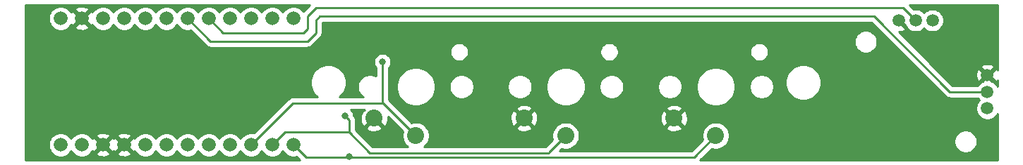
<source format=gbr>
%TF.GenerationSoftware,KiCad,Pcbnew,(5.1.6)-1*%
%TF.CreationDate,2022-09-18T22:31:06+09:00*%
%TF.ProjectId,JoyConMouse,4a6f7943-6f6e-44d6-9f75-73652e6b6963,rev?*%
%TF.SameCoordinates,Original*%
%TF.FileFunction,Copper,L2,Bot*%
%TF.FilePolarity,Positive*%
%FSLAX46Y46*%
G04 Gerber Fmt 4.6, Leading zero omitted, Abs format (unit mm)*
G04 Created by KiCad (PCBNEW (5.1.6)-1) date 2022-09-18 22:31:06*
%MOMM*%
%LPD*%
G01*
G04 APERTURE LIST*
%TA.AperFunction,ComponentPad*%
%ADD10C,1.665000*%
%TD*%
%TA.AperFunction,ComponentPad*%
%ADD11C,1.500000*%
%TD*%
%TA.AperFunction,ComponentPad*%
%ADD12C,2.032000*%
%TD*%
%TA.AperFunction,ViaPad*%
%ADD13C,0.800000*%
%TD*%
%TA.AperFunction,Conductor*%
%ADD14C,0.250000*%
%TD*%
%TA.AperFunction,Conductor*%
%ADD15C,0.254000*%
%TD*%
G04 APERTURE END LIST*
D10*
%TO.P,IC1,1*%
%TO.N,GND*%
X53000000Y-95000000D03*
%TO.P,IC1,2*%
%TO.N,N/C*%
X55540000Y-95000000D03*
%TO.P,IC1,3*%
X58080000Y-95000000D03*
%TO.P,IC1,4*%
X60620000Y-95000000D03*
%TO.P,IC1,5*%
X63160000Y-95000000D03*
%TO.P,IC1,6*%
X65700000Y-95000000D03*
%TO.P,IC1,7*%
%TO.N,D7*%
X68240000Y-95000000D03*
%TO.P,IC1,8*%
%TO.N,D8*%
X70780000Y-95000000D03*
%TO.P,IC1,9*%
%TO.N,D9*%
X73320000Y-95000000D03*
%TO.P,IC1,10*%
%TO.N,N/C*%
X73320000Y-79760000D03*
%TO.P,IC1,14*%
X68240000Y-79760000D03*
%TO.P,IC1,15*%
X65700000Y-79760000D03*
%TO.P,IC1,16*%
X70780000Y-79760000D03*
%TO.P,IC1,18*%
%TO.N,+5V*%
X53000000Y-79760000D03*
%TO.P,IC1,19*%
%TO.N,N/C*%
X50460000Y-79760000D03*
%TO.P,IC1,20*%
%TO.N,GND*%
X47920000Y-79760000D03*
%TO.P,IC1,21*%
%TO.N,N/C*%
X45380000Y-79760000D03*
%TO.P,IC1,22*%
X45380000Y-95000000D03*
%TO.P,IC1,23*%
X47920000Y-95000000D03*
%TO.P,IC1,24*%
%TO.N,GND*%
X50460000Y-95000000D03*
%TO.P,IC1,A1*%
%TO.N,A0*%
X63160000Y-79760000D03*
%TO.P,IC1,A2*%
%TO.N,A1*%
X60620000Y-79760000D03*
%TO.P,IC1,A3*%
%TO.N,N/C*%
X58080000Y-79760000D03*
%TO.P,IC1,A4*%
X55540000Y-79760000D03*
%TD*%
D11*
%TO.P,IC2,A1*%
%TO.N,+5V*%
X150000000Y-80000000D03*
%TO.P,IC2,A2*%
%TO.N,A0*%
X148000000Y-80000000D03*
%TO.P,IC2,A3*%
%TO.N,GND*%
X146000000Y-80000000D03*
%TO.P,IC2,B1*%
%TO.N,+5V*%
X156600000Y-90600000D03*
%TO.P,IC2,B2*%
%TO.N,A1*%
X156600000Y-88600000D03*
%TO.P,IC2,B3*%
%TO.N,GND*%
X156600000Y-86600000D03*
%TD*%
D12*
%TO.P,SW1,2*%
%TO.N,GND*%
X83000000Y-91800000D03*
%TO.P,SW1,1*%
%TO.N,D7*%
X88000000Y-93900000D03*
%TD*%
%TO.P,SW2,1*%
%TO.N,D8*%
X106000000Y-93900000D03*
%TO.P,SW2,2*%
%TO.N,GND*%
X101000000Y-91800000D03*
%TD*%
%TO.P,SW3,2*%
%TO.N,GND*%
X119000000Y-91800000D03*
%TO.P,SW3,1*%
%TO.N,D9*%
X124000000Y-93900000D03*
%TD*%
D13*
%TO.N,D7*%
X84000000Y-85000000D03*
%TO.N,D8*%
X79500000Y-91500000D03*
%TO.N,D9*%
X80000000Y-96424974D03*
%TD*%
D14*
%TO.N,D7*%
X68240000Y-95000000D02*
X73240000Y-90000000D01*
X88000000Y-93900000D02*
X84100000Y-90000000D01*
X84100000Y-90000000D02*
X73240000Y-90000000D01*
X84000000Y-85000000D02*
X84000000Y-90000000D01*
%TO.N,D8*%
X70780000Y-95000000D02*
X72280000Y-93500000D01*
X72280000Y-93500000D02*
X80000000Y-93500000D01*
X80000000Y-93500000D02*
X82500000Y-96000000D01*
X82500000Y-96000000D02*
X104000000Y-96000000D01*
X104000000Y-95900000D02*
X106000000Y-93900000D01*
X104000000Y-96000000D02*
X104000000Y-95900000D01*
X80000000Y-93500000D02*
X80000000Y-92000000D01*
X80000000Y-92000000D02*
X79500000Y-91500000D01*
%TO.N,D9*%
X121400000Y-96500000D02*
X124000000Y-93900000D01*
X73320000Y-95000000D02*
X74820000Y-96500000D01*
X74820000Y-96500000D02*
X121400000Y-96500000D01*
%TO.N,A0*%
X146500000Y-78500000D02*
X76000000Y-78500000D01*
X75000000Y-81000000D02*
X74500000Y-81500000D01*
X148000000Y-80000000D02*
X146500000Y-78500000D01*
X76000000Y-78500000D02*
X75000000Y-79500000D01*
X75000000Y-79500000D02*
X75000000Y-81000000D01*
X64900000Y-81500000D02*
X63160000Y-79760000D01*
X74500000Y-81500000D02*
X64900000Y-81500000D01*
%TO.N,A1*%
X63360000Y-82500000D02*
X60620000Y-79760000D01*
X75000000Y-82500000D02*
X63360000Y-82500000D01*
X76000000Y-81500000D02*
X75000000Y-82500000D01*
X152100000Y-88600000D02*
X143000000Y-79500000D01*
X76500000Y-79500000D02*
X76000000Y-80000000D01*
X143000000Y-79500000D02*
X76500000Y-79500000D01*
X156600000Y-88600000D02*
X152100000Y-88600000D01*
X76000000Y-80000000D02*
X76000000Y-81500000D01*
%TD*%
D15*
%TO.N,GND*%
G36*
X74516276Y-78908923D02*
G01*
X74459882Y-78824523D01*
X74255477Y-78620118D01*
X74015122Y-78459518D01*
X73748054Y-78348895D01*
X73464536Y-78292500D01*
X73175464Y-78292500D01*
X72891946Y-78348895D01*
X72624878Y-78459518D01*
X72384523Y-78620118D01*
X72180118Y-78824523D01*
X72050000Y-79019258D01*
X71919882Y-78824523D01*
X71715477Y-78620118D01*
X71475122Y-78459518D01*
X71208054Y-78348895D01*
X70924536Y-78292500D01*
X70635464Y-78292500D01*
X70351946Y-78348895D01*
X70084878Y-78459518D01*
X69844523Y-78620118D01*
X69640118Y-78824523D01*
X69510000Y-79019258D01*
X69379882Y-78824523D01*
X69175477Y-78620118D01*
X68935122Y-78459518D01*
X68668054Y-78348895D01*
X68384536Y-78292500D01*
X68095464Y-78292500D01*
X67811946Y-78348895D01*
X67544878Y-78459518D01*
X67304523Y-78620118D01*
X67100118Y-78824523D01*
X66970000Y-79019258D01*
X66839882Y-78824523D01*
X66635477Y-78620118D01*
X66395122Y-78459518D01*
X66128054Y-78348895D01*
X65844536Y-78292500D01*
X65555464Y-78292500D01*
X65271946Y-78348895D01*
X65004878Y-78459518D01*
X64764523Y-78620118D01*
X64560118Y-78824523D01*
X64430000Y-79019258D01*
X64299882Y-78824523D01*
X64095477Y-78620118D01*
X63855122Y-78459518D01*
X63588054Y-78348895D01*
X63304536Y-78292500D01*
X63015464Y-78292500D01*
X62731946Y-78348895D01*
X62464878Y-78459518D01*
X62224523Y-78620118D01*
X62020118Y-78824523D01*
X61890000Y-79019258D01*
X61759882Y-78824523D01*
X61555477Y-78620118D01*
X61315122Y-78459518D01*
X61048054Y-78348895D01*
X60764536Y-78292500D01*
X60475464Y-78292500D01*
X60191946Y-78348895D01*
X59924878Y-78459518D01*
X59684523Y-78620118D01*
X59480118Y-78824523D01*
X59350000Y-79019258D01*
X59219882Y-78824523D01*
X59015477Y-78620118D01*
X58775122Y-78459518D01*
X58508054Y-78348895D01*
X58224536Y-78292500D01*
X57935464Y-78292500D01*
X57651946Y-78348895D01*
X57384878Y-78459518D01*
X57144523Y-78620118D01*
X56940118Y-78824523D01*
X56810000Y-79019258D01*
X56679882Y-78824523D01*
X56475477Y-78620118D01*
X56235122Y-78459518D01*
X55968054Y-78348895D01*
X55684536Y-78292500D01*
X55395464Y-78292500D01*
X55111946Y-78348895D01*
X54844878Y-78459518D01*
X54604523Y-78620118D01*
X54400118Y-78824523D01*
X54270000Y-79019258D01*
X54139882Y-78824523D01*
X53935477Y-78620118D01*
X53695122Y-78459518D01*
X53428054Y-78348895D01*
X53144536Y-78292500D01*
X52855464Y-78292500D01*
X52571946Y-78348895D01*
X52304878Y-78459518D01*
X52064523Y-78620118D01*
X51860118Y-78824523D01*
X51730000Y-79019258D01*
X51599882Y-78824523D01*
X51395477Y-78620118D01*
X51155122Y-78459518D01*
X50888054Y-78348895D01*
X50604536Y-78292500D01*
X50315464Y-78292500D01*
X50031946Y-78348895D01*
X49764878Y-78459518D01*
X49524523Y-78620118D01*
X49320118Y-78824523D01*
X49192170Y-79016011D01*
X49183193Y-78999217D01*
X48935906Y-78923699D01*
X48099605Y-79760000D01*
X48935906Y-80596301D01*
X49183193Y-80520783D01*
X49191591Y-80503123D01*
X49320118Y-80695477D01*
X49524523Y-80899882D01*
X49764878Y-81060482D01*
X50031946Y-81171105D01*
X50315464Y-81227500D01*
X50604536Y-81227500D01*
X50888054Y-81171105D01*
X51155122Y-81060482D01*
X51395477Y-80899882D01*
X51599882Y-80695477D01*
X51730000Y-80500742D01*
X51860118Y-80695477D01*
X52064523Y-80899882D01*
X52304878Y-81060482D01*
X52571946Y-81171105D01*
X52855464Y-81227500D01*
X53144536Y-81227500D01*
X53428054Y-81171105D01*
X53695122Y-81060482D01*
X53935477Y-80899882D01*
X54139882Y-80695477D01*
X54270000Y-80500742D01*
X54400118Y-80695477D01*
X54604523Y-80899882D01*
X54844878Y-81060482D01*
X55111946Y-81171105D01*
X55395464Y-81227500D01*
X55684536Y-81227500D01*
X55968054Y-81171105D01*
X56235122Y-81060482D01*
X56475477Y-80899882D01*
X56679882Y-80695477D01*
X56810000Y-80500742D01*
X56940118Y-80695477D01*
X57144523Y-80899882D01*
X57384878Y-81060482D01*
X57651946Y-81171105D01*
X57935464Y-81227500D01*
X58224536Y-81227500D01*
X58508054Y-81171105D01*
X58775122Y-81060482D01*
X59015477Y-80899882D01*
X59219882Y-80695477D01*
X59350000Y-80500742D01*
X59480118Y-80695477D01*
X59684523Y-80899882D01*
X59924878Y-81060482D01*
X60191946Y-81171105D01*
X60475464Y-81227500D01*
X60764536Y-81227500D01*
X60971526Y-81186327D01*
X62796201Y-83011003D01*
X62819999Y-83040001D01*
X62935724Y-83134974D01*
X63067753Y-83205546D01*
X63211014Y-83249003D01*
X63322667Y-83260000D01*
X63322676Y-83260000D01*
X63359999Y-83263676D01*
X63397322Y-83260000D01*
X74962678Y-83260000D01*
X75000000Y-83263676D01*
X75037322Y-83260000D01*
X75037333Y-83260000D01*
X75148986Y-83249003D01*
X75292247Y-83205546D01*
X75424276Y-83134974D01*
X75540001Y-83040001D01*
X75563804Y-83010998D01*
X76111213Y-82463589D01*
X140615000Y-82463589D01*
X140615000Y-82736411D01*
X140668225Y-83003989D01*
X140772629Y-83256043D01*
X140924201Y-83482886D01*
X141117114Y-83675799D01*
X141343957Y-83827371D01*
X141596011Y-83931775D01*
X141863589Y-83985000D01*
X142136411Y-83985000D01*
X142403989Y-83931775D01*
X142656043Y-83827371D01*
X142882886Y-83675799D01*
X143075799Y-83482886D01*
X143227371Y-83256043D01*
X143331775Y-83003989D01*
X143385000Y-82736411D01*
X143385000Y-82463589D01*
X143331775Y-82196011D01*
X143227371Y-81943957D01*
X143075799Y-81717114D01*
X142882886Y-81524201D01*
X142656043Y-81372629D01*
X142403989Y-81268225D01*
X142136411Y-81215000D01*
X141863589Y-81215000D01*
X141596011Y-81268225D01*
X141343957Y-81372629D01*
X141117114Y-81524201D01*
X140924201Y-81717114D01*
X140772629Y-81943957D01*
X140668225Y-82196011D01*
X140615000Y-82463589D01*
X76111213Y-82463589D01*
X76511003Y-82063799D01*
X76540001Y-82040001D01*
X76634974Y-81924276D01*
X76705546Y-81792247D01*
X76749003Y-81648986D01*
X76760000Y-81537333D01*
X76763677Y-81500000D01*
X76760000Y-81462667D01*
X76760000Y-80314801D01*
X76814801Y-80260000D01*
X142685199Y-80260000D01*
X151536205Y-89111008D01*
X151559999Y-89140001D01*
X151588992Y-89163795D01*
X151588996Y-89163799D01*
X151659685Y-89221811D01*
X151675724Y-89234974D01*
X151807753Y-89305546D01*
X151951014Y-89349003D01*
X152062667Y-89360000D01*
X152062676Y-89360000D01*
X152099999Y-89363676D01*
X152137322Y-89360000D01*
X155442091Y-89360000D01*
X155524201Y-89482886D01*
X155641315Y-89600000D01*
X155524201Y-89717114D01*
X155372629Y-89943957D01*
X155268225Y-90196011D01*
X155215000Y-90463589D01*
X155215000Y-90736411D01*
X155268225Y-91003989D01*
X155372629Y-91256043D01*
X155524201Y-91482886D01*
X155717114Y-91675799D01*
X155943957Y-91827371D01*
X156196011Y-91931775D01*
X156463589Y-91985000D01*
X156736411Y-91985000D01*
X157003989Y-91931775D01*
X157256043Y-91827371D01*
X157482886Y-91675799D01*
X157675799Y-91482886D01*
X157827371Y-91256043D01*
X157840000Y-91225553D01*
X157840000Y-96840000D01*
X122134801Y-96840000D01*
X123496379Y-95478423D01*
X123518421Y-95487553D01*
X123837391Y-95551000D01*
X124162609Y-95551000D01*
X124481579Y-95487553D01*
X124782042Y-95363097D01*
X125052451Y-95182415D01*
X125282415Y-94952451D01*
X125463097Y-94682042D01*
X125553583Y-94463589D01*
X152615000Y-94463589D01*
X152615000Y-94736411D01*
X152668225Y-95003989D01*
X152772629Y-95256043D01*
X152924201Y-95482886D01*
X153117114Y-95675799D01*
X153343957Y-95827371D01*
X153596011Y-95931775D01*
X153863589Y-95985000D01*
X154136411Y-95985000D01*
X154403989Y-95931775D01*
X154656043Y-95827371D01*
X154882886Y-95675799D01*
X155075799Y-95482886D01*
X155227371Y-95256043D01*
X155331775Y-95003989D01*
X155385000Y-94736411D01*
X155385000Y-94463589D01*
X155331775Y-94196011D01*
X155227371Y-93943957D01*
X155075799Y-93717114D01*
X154882886Y-93524201D01*
X154656043Y-93372629D01*
X154403989Y-93268225D01*
X154136411Y-93215000D01*
X153863589Y-93215000D01*
X153596011Y-93268225D01*
X153343957Y-93372629D01*
X153117114Y-93524201D01*
X152924201Y-93717114D01*
X152772629Y-93943957D01*
X152668225Y-94196011D01*
X152615000Y-94463589D01*
X125553583Y-94463589D01*
X125587553Y-94381579D01*
X125651000Y-94062609D01*
X125651000Y-93737391D01*
X125587553Y-93418421D01*
X125463097Y-93117958D01*
X125282415Y-92847549D01*
X125052451Y-92617585D01*
X124782042Y-92436903D01*
X124481579Y-92312447D01*
X124162609Y-92249000D01*
X123837391Y-92249000D01*
X123518421Y-92312447D01*
X123217958Y-92436903D01*
X122947549Y-92617585D01*
X122717585Y-92847549D01*
X122536903Y-93117958D01*
X122412447Y-93418421D01*
X122349000Y-93737391D01*
X122349000Y-94062609D01*
X122412447Y-94381579D01*
X122421577Y-94403621D01*
X121085199Y-95740000D01*
X105234801Y-95740000D01*
X105496379Y-95478423D01*
X105518421Y-95487553D01*
X105837391Y-95551000D01*
X106162609Y-95551000D01*
X106481579Y-95487553D01*
X106782042Y-95363097D01*
X107052451Y-95182415D01*
X107282415Y-94952451D01*
X107463097Y-94682042D01*
X107587553Y-94381579D01*
X107651000Y-94062609D01*
X107651000Y-93737391D01*
X107587553Y-93418421D01*
X107463097Y-93117958D01*
X107348748Y-92946823D01*
X118032782Y-92946823D01*
X118130478Y-93212860D01*
X118422821Y-93355348D01*
X118737344Y-93438064D01*
X119061962Y-93457831D01*
X119384198Y-93413888D01*
X119691670Y-93307924D01*
X119869522Y-93212860D01*
X119967218Y-92946823D01*
X119000000Y-91979605D01*
X118032782Y-92946823D01*
X107348748Y-92946823D01*
X107282415Y-92847549D01*
X107052451Y-92617585D01*
X106782042Y-92436903D01*
X106481579Y-92312447D01*
X106162609Y-92249000D01*
X105837391Y-92249000D01*
X105518421Y-92312447D01*
X105217958Y-92436903D01*
X104947549Y-92617585D01*
X104717585Y-92847549D01*
X104536903Y-93117958D01*
X104412447Y-93418421D01*
X104349000Y-93737391D01*
X104349000Y-94062609D01*
X104412447Y-94381579D01*
X104421577Y-94403621D01*
X103585199Y-95240000D01*
X88966269Y-95240000D01*
X89052451Y-95182415D01*
X89282415Y-94952451D01*
X89463097Y-94682042D01*
X89587553Y-94381579D01*
X89651000Y-94062609D01*
X89651000Y-93737391D01*
X89587553Y-93418421D01*
X89463097Y-93117958D01*
X89348748Y-92946823D01*
X100032782Y-92946823D01*
X100130478Y-93212860D01*
X100422821Y-93355348D01*
X100737344Y-93438064D01*
X101061962Y-93457831D01*
X101384198Y-93413888D01*
X101691670Y-93307924D01*
X101869522Y-93212860D01*
X101967218Y-92946823D01*
X101000000Y-91979605D01*
X100032782Y-92946823D01*
X89348748Y-92946823D01*
X89282415Y-92847549D01*
X89052451Y-92617585D01*
X88782042Y-92436903D01*
X88481579Y-92312447D01*
X88162609Y-92249000D01*
X87837391Y-92249000D01*
X87518421Y-92312447D01*
X87496379Y-92321577D01*
X87036764Y-91861962D01*
X99342169Y-91861962D01*
X99386112Y-92184198D01*
X99492076Y-92491670D01*
X99587140Y-92669522D01*
X99853177Y-92767218D01*
X100820395Y-91800000D01*
X101179605Y-91800000D01*
X102146823Y-92767218D01*
X102412860Y-92669522D01*
X102555348Y-92377179D01*
X102638064Y-92062656D01*
X102650284Y-91861962D01*
X117342169Y-91861962D01*
X117386112Y-92184198D01*
X117492076Y-92491670D01*
X117587140Y-92669522D01*
X117853177Y-92767218D01*
X118820395Y-91800000D01*
X119179605Y-91800000D01*
X120146823Y-92767218D01*
X120412860Y-92669522D01*
X120555348Y-92377179D01*
X120638064Y-92062656D01*
X120657831Y-91738038D01*
X120613888Y-91415802D01*
X120507924Y-91108330D01*
X120412860Y-90930478D01*
X120146823Y-90832782D01*
X119179605Y-91800000D01*
X118820395Y-91800000D01*
X117853177Y-90832782D01*
X117587140Y-90930478D01*
X117444652Y-91222821D01*
X117361936Y-91537344D01*
X117342169Y-91861962D01*
X102650284Y-91861962D01*
X102657831Y-91738038D01*
X102613888Y-91415802D01*
X102507924Y-91108330D01*
X102412860Y-90930478D01*
X102146823Y-90832782D01*
X101179605Y-91800000D01*
X100820395Y-91800000D01*
X99853177Y-90832782D01*
X99587140Y-90930478D01*
X99444652Y-91222821D01*
X99361936Y-91537344D01*
X99342169Y-91861962D01*
X87036764Y-91861962D01*
X85827979Y-90653177D01*
X100032782Y-90653177D01*
X101000000Y-91620395D01*
X101967218Y-90653177D01*
X118032782Y-90653177D01*
X119000000Y-91620395D01*
X119967218Y-90653177D01*
X119869522Y-90387140D01*
X119577179Y-90244652D01*
X119262656Y-90161936D01*
X118938038Y-90142169D01*
X118615802Y-90186112D01*
X118308330Y-90292076D01*
X118130478Y-90387140D01*
X118032782Y-90653177D01*
X101967218Y-90653177D01*
X101869522Y-90387140D01*
X101577179Y-90244652D01*
X101262656Y-90161936D01*
X100938038Y-90142169D01*
X100615802Y-90186112D01*
X100308330Y-90292076D01*
X100130478Y-90387140D01*
X100032782Y-90653177D01*
X85827979Y-90653177D01*
X84760000Y-89585199D01*
X84760000Y-87768594D01*
X85650500Y-87768594D01*
X85650500Y-88231406D01*
X85740790Y-88685324D01*
X85917900Y-89112905D01*
X86175024Y-89497719D01*
X86502281Y-89824976D01*
X86887095Y-90082100D01*
X87314676Y-90259210D01*
X87768594Y-90349500D01*
X88231406Y-90349500D01*
X88685324Y-90259210D01*
X89112905Y-90082100D01*
X89497719Y-89824976D01*
X89824976Y-89497719D01*
X90082100Y-89112905D01*
X90259210Y-88685324D01*
X90349500Y-88231406D01*
X90349500Y-87853652D01*
X92014100Y-87853652D01*
X92014100Y-88146348D01*
X92071202Y-88433421D01*
X92183212Y-88703838D01*
X92345826Y-88947206D01*
X92552794Y-89154174D01*
X92796162Y-89316788D01*
X93066579Y-89428798D01*
X93353652Y-89485900D01*
X93646348Y-89485900D01*
X93933421Y-89428798D01*
X94203838Y-89316788D01*
X94447206Y-89154174D01*
X94654174Y-88947206D01*
X94816788Y-88703838D01*
X94928798Y-88433421D01*
X94985900Y-88146348D01*
X94985900Y-87853652D01*
X99014100Y-87853652D01*
X99014100Y-88146348D01*
X99071202Y-88433421D01*
X99183212Y-88703838D01*
X99345826Y-88947206D01*
X99552794Y-89154174D01*
X99796162Y-89316788D01*
X100066579Y-89428798D01*
X100353652Y-89485900D01*
X100646348Y-89485900D01*
X100933421Y-89428798D01*
X101203838Y-89316788D01*
X101447206Y-89154174D01*
X101654174Y-88947206D01*
X101816788Y-88703838D01*
X101928798Y-88433421D01*
X101985900Y-88146348D01*
X101985900Y-87853652D01*
X101968982Y-87768594D01*
X103650500Y-87768594D01*
X103650500Y-88231406D01*
X103740790Y-88685324D01*
X103917900Y-89112905D01*
X104175024Y-89497719D01*
X104502281Y-89824976D01*
X104887095Y-90082100D01*
X105314676Y-90259210D01*
X105768594Y-90349500D01*
X106231406Y-90349500D01*
X106685324Y-90259210D01*
X107112905Y-90082100D01*
X107497719Y-89824976D01*
X107824976Y-89497719D01*
X108082100Y-89112905D01*
X108259210Y-88685324D01*
X108349500Y-88231406D01*
X108349500Y-87853652D01*
X110014100Y-87853652D01*
X110014100Y-88146348D01*
X110071202Y-88433421D01*
X110183212Y-88703838D01*
X110345826Y-88947206D01*
X110552794Y-89154174D01*
X110796162Y-89316788D01*
X111066579Y-89428798D01*
X111353652Y-89485900D01*
X111646348Y-89485900D01*
X111933421Y-89428798D01*
X112203838Y-89316788D01*
X112447206Y-89154174D01*
X112654174Y-88947206D01*
X112816788Y-88703838D01*
X112928798Y-88433421D01*
X112985900Y-88146348D01*
X112985900Y-87853652D01*
X117014100Y-87853652D01*
X117014100Y-88146348D01*
X117071202Y-88433421D01*
X117183212Y-88703838D01*
X117345826Y-88947206D01*
X117552794Y-89154174D01*
X117796162Y-89316788D01*
X118066579Y-89428798D01*
X118353652Y-89485900D01*
X118646348Y-89485900D01*
X118933421Y-89428798D01*
X119203838Y-89316788D01*
X119447206Y-89154174D01*
X119654174Y-88947206D01*
X119816788Y-88703838D01*
X119928798Y-88433421D01*
X119985900Y-88146348D01*
X119985900Y-87853652D01*
X119968982Y-87768594D01*
X121650500Y-87768594D01*
X121650500Y-88231406D01*
X121740790Y-88685324D01*
X121917900Y-89112905D01*
X122175024Y-89497719D01*
X122502281Y-89824976D01*
X122887095Y-90082100D01*
X123314676Y-90259210D01*
X123768594Y-90349500D01*
X124231406Y-90349500D01*
X124685324Y-90259210D01*
X125112905Y-90082100D01*
X125497719Y-89824976D01*
X125824976Y-89497719D01*
X126082100Y-89112905D01*
X126259210Y-88685324D01*
X126349500Y-88231406D01*
X126349500Y-87853652D01*
X128014100Y-87853652D01*
X128014100Y-88146348D01*
X128071202Y-88433421D01*
X128183212Y-88703838D01*
X128345826Y-88947206D01*
X128552794Y-89154174D01*
X128796162Y-89316788D01*
X129066579Y-89428798D01*
X129353652Y-89485900D01*
X129646348Y-89485900D01*
X129933421Y-89428798D01*
X130203838Y-89316788D01*
X130447206Y-89154174D01*
X130654174Y-88947206D01*
X130816788Y-88703838D01*
X130928798Y-88433421D01*
X130985900Y-88146348D01*
X130985900Y-87853652D01*
X130928798Y-87566579D01*
X130816788Y-87296162D01*
X130810214Y-87286323D01*
X132330497Y-87286323D01*
X132330497Y-87713677D01*
X132413870Y-88132821D01*
X132577412Y-88527645D01*
X132814837Y-88882977D01*
X133117023Y-89185163D01*
X133472355Y-89422588D01*
X133867179Y-89586130D01*
X134286323Y-89669503D01*
X134713677Y-89669503D01*
X135132821Y-89586130D01*
X135527645Y-89422588D01*
X135882977Y-89185163D01*
X136185163Y-88882977D01*
X136422588Y-88527645D01*
X136586130Y-88132821D01*
X136669503Y-87713677D01*
X136669503Y-87286323D01*
X136586130Y-86867179D01*
X136422588Y-86472355D01*
X136185163Y-86117023D01*
X135882977Y-85814837D01*
X135527645Y-85577412D01*
X135132821Y-85413870D01*
X134713677Y-85330497D01*
X134286323Y-85330497D01*
X133867179Y-85413870D01*
X133472355Y-85577412D01*
X133117023Y-85814837D01*
X132814837Y-86117023D01*
X132577412Y-86472355D01*
X132413870Y-86867179D01*
X132330497Y-87286323D01*
X130810214Y-87286323D01*
X130654174Y-87052794D01*
X130447206Y-86845826D01*
X130203838Y-86683212D01*
X129933421Y-86571202D01*
X129646348Y-86514100D01*
X129353652Y-86514100D01*
X129066579Y-86571202D01*
X128796162Y-86683212D01*
X128552794Y-86845826D01*
X128345826Y-87052794D01*
X128183212Y-87296162D01*
X128071202Y-87566579D01*
X128014100Y-87853652D01*
X126349500Y-87853652D01*
X126349500Y-87768594D01*
X126259210Y-87314676D01*
X126082100Y-86887095D01*
X125824976Y-86502281D01*
X125497719Y-86175024D01*
X125112905Y-85917900D01*
X124685324Y-85740790D01*
X124231406Y-85650500D01*
X123768594Y-85650500D01*
X123314676Y-85740790D01*
X122887095Y-85917900D01*
X122502281Y-86175024D01*
X122175024Y-86502281D01*
X121917900Y-86887095D01*
X121740790Y-87314676D01*
X121650500Y-87768594D01*
X119968982Y-87768594D01*
X119928798Y-87566579D01*
X119816788Y-87296162D01*
X119654174Y-87052794D01*
X119447206Y-86845826D01*
X119203838Y-86683212D01*
X118933421Y-86571202D01*
X118646348Y-86514100D01*
X118353652Y-86514100D01*
X118066579Y-86571202D01*
X117796162Y-86683212D01*
X117552794Y-86845826D01*
X117345826Y-87052794D01*
X117183212Y-87296162D01*
X117071202Y-87566579D01*
X117014100Y-87853652D01*
X112985900Y-87853652D01*
X112928798Y-87566579D01*
X112816788Y-87296162D01*
X112654174Y-87052794D01*
X112447206Y-86845826D01*
X112203838Y-86683212D01*
X111933421Y-86571202D01*
X111646348Y-86514100D01*
X111353652Y-86514100D01*
X111066579Y-86571202D01*
X110796162Y-86683212D01*
X110552794Y-86845826D01*
X110345826Y-87052794D01*
X110183212Y-87296162D01*
X110071202Y-87566579D01*
X110014100Y-87853652D01*
X108349500Y-87853652D01*
X108349500Y-87768594D01*
X108259210Y-87314676D01*
X108082100Y-86887095D01*
X107824976Y-86502281D01*
X107497719Y-86175024D01*
X107112905Y-85917900D01*
X106685324Y-85740790D01*
X106231406Y-85650500D01*
X105768594Y-85650500D01*
X105314676Y-85740790D01*
X104887095Y-85917900D01*
X104502281Y-86175024D01*
X104175024Y-86502281D01*
X103917900Y-86887095D01*
X103740790Y-87314676D01*
X103650500Y-87768594D01*
X101968982Y-87768594D01*
X101928798Y-87566579D01*
X101816788Y-87296162D01*
X101654174Y-87052794D01*
X101447206Y-86845826D01*
X101203838Y-86683212D01*
X100933421Y-86571202D01*
X100646348Y-86514100D01*
X100353652Y-86514100D01*
X100066579Y-86571202D01*
X99796162Y-86683212D01*
X99552794Y-86845826D01*
X99345826Y-87052794D01*
X99183212Y-87296162D01*
X99071202Y-87566579D01*
X99014100Y-87853652D01*
X94985900Y-87853652D01*
X94928798Y-87566579D01*
X94816788Y-87296162D01*
X94654174Y-87052794D01*
X94447206Y-86845826D01*
X94203838Y-86683212D01*
X93933421Y-86571202D01*
X93646348Y-86514100D01*
X93353652Y-86514100D01*
X93066579Y-86571202D01*
X92796162Y-86683212D01*
X92552794Y-86845826D01*
X92345826Y-87052794D01*
X92183212Y-87296162D01*
X92071202Y-87566579D01*
X92014100Y-87853652D01*
X90349500Y-87853652D01*
X90349500Y-87768594D01*
X90259210Y-87314676D01*
X90082100Y-86887095D01*
X89824976Y-86502281D01*
X89497719Y-86175024D01*
X89112905Y-85917900D01*
X88685324Y-85740790D01*
X88231406Y-85650500D01*
X87768594Y-85650500D01*
X87314676Y-85740790D01*
X86887095Y-85917900D01*
X86502281Y-86175024D01*
X86175024Y-86502281D01*
X85917900Y-86887095D01*
X85740790Y-87314676D01*
X85650500Y-87768594D01*
X84760000Y-87768594D01*
X84760000Y-85703711D01*
X84803937Y-85659774D01*
X84917205Y-85490256D01*
X84995226Y-85301898D01*
X85035000Y-85101939D01*
X85035000Y-84898061D01*
X84995226Y-84698102D01*
X84917205Y-84509744D01*
X84803937Y-84340226D01*
X84659774Y-84196063D01*
X84490256Y-84082795D01*
X84301898Y-84004774D01*
X84101939Y-83965000D01*
X83898061Y-83965000D01*
X83698102Y-84004774D01*
X83509744Y-84082795D01*
X83340226Y-84196063D01*
X83196063Y-84340226D01*
X83082795Y-84509744D01*
X83004774Y-84698102D01*
X82965000Y-84898061D01*
X82965000Y-85101939D01*
X83004774Y-85301898D01*
X83082795Y-85490256D01*
X83196063Y-85659774D01*
X83240000Y-85703711D01*
X83240000Y-86707375D01*
X83203838Y-86683212D01*
X82933421Y-86571202D01*
X82646348Y-86514100D01*
X82353652Y-86514100D01*
X82066579Y-86571202D01*
X81796162Y-86683212D01*
X81552794Y-86845826D01*
X81345826Y-87052794D01*
X81183212Y-87296162D01*
X81071202Y-87566579D01*
X81014100Y-87853652D01*
X81014100Y-88146348D01*
X81071202Y-88433421D01*
X81183212Y-88703838D01*
X81345826Y-88947206D01*
X81552794Y-89154174D01*
X81681241Y-89240000D01*
X78800908Y-89240000D01*
X78882977Y-89185163D01*
X79185163Y-88882977D01*
X79422588Y-88527645D01*
X79586130Y-88132821D01*
X79669503Y-87713677D01*
X79669503Y-87286323D01*
X79586130Y-86867179D01*
X79422588Y-86472355D01*
X79185163Y-86117023D01*
X78882977Y-85814837D01*
X78527645Y-85577412D01*
X78132821Y-85413870D01*
X77713677Y-85330497D01*
X77286323Y-85330497D01*
X76867179Y-85413870D01*
X76472355Y-85577412D01*
X76117023Y-85814837D01*
X75814837Y-86117023D01*
X75577412Y-86472355D01*
X75413870Y-86867179D01*
X75330497Y-87286323D01*
X75330497Y-87713677D01*
X75413870Y-88132821D01*
X75577412Y-88527645D01*
X75814837Y-88882977D01*
X76117023Y-89185163D01*
X76199092Y-89240000D01*
X73277323Y-89240000D01*
X73240000Y-89236324D01*
X73202677Y-89240000D01*
X73202667Y-89240000D01*
X73091014Y-89250997D01*
X72947753Y-89294454D01*
X72815724Y-89365026D01*
X72699999Y-89459999D01*
X72676201Y-89488997D01*
X68591526Y-93573673D01*
X68384536Y-93532500D01*
X68095464Y-93532500D01*
X67811946Y-93588895D01*
X67544878Y-93699518D01*
X67304523Y-93860118D01*
X67100118Y-94064523D01*
X66970000Y-94259258D01*
X66839882Y-94064523D01*
X66635477Y-93860118D01*
X66395122Y-93699518D01*
X66128054Y-93588895D01*
X65844536Y-93532500D01*
X65555464Y-93532500D01*
X65271946Y-93588895D01*
X65004878Y-93699518D01*
X64764523Y-93860118D01*
X64560118Y-94064523D01*
X64430000Y-94259258D01*
X64299882Y-94064523D01*
X64095477Y-93860118D01*
X63855122Y-93699518D01*
X63588054Y-93588895D01*
X63304536Y-93532500D01*
X63015464Y-93532500D01*
X62731946Y-93588895D01*
X62464878Y-93699518D01*
X62224523Y-93860118D01*
X62020118Y-94064523D01*
X61890000Y-94259258D01*
X61759882Y-94064523D01*
X61555477Y-93860118D01*
X61315122Y-93699518D01*
X61048054Y-93588895D01*
X60764536Y-93532500D01*
X60475464Y-93532500D01*
X60191946Y-93588895D01*
X59924878Y-93699518D01*
X59684523Y-93860118D01*
X59480118Y-94064523D01*
X59350000Y-94259258D01*
X59219882Y-94064523D01*
X59015477Y-93860118D01*
X58775122Y-93699518D01*
X58508054Y-93588895D01*
X58224536Y-93532500D01*
X57935464Y-93532500D01*
X57651946Y-93588895D01*
X57384878Y-93699518D01*
X57144523Y-93860118D01*
X56940118Y-94064523D01*
X56810000Y-94259258D01*
X56679882Y-94064523D01*
X56475477Y-93860118D01*
X56235122Y-93699518D01*
X55968054Y-93588895D01*
X55684536Y-93532500D01*
X55395464Y-93532500D01*
X55111946Y-93588895D01*
X54844878Y-93699518D01*
X54604523Y-93860118D01*
X54400118Y-94064523D01*
X54272170Y-94256011D01*
X54263193Y-94239217D01*
X54015906Y-94163699D01*
X53179605Y-95000000D01*
X54015906Y-95836301D01*
X54263193Y-95760783D01*
X54271591Y-95743123D01*
X54400118Y-95935477D01*
X54604523Y-96139882D01*
X54844878Y-96300482D01*
X55111946Y-96411105D01*
X55395464Y-96467500D01*
X55684536Y-96467500D01*
X55968054Y-96411105D01*
X56235122Y-96300482D01*
X56475477Y-96139882D01*
X56679882Y-95935477D01*
X56810000Y-95740742D01*
X56940118Y-95935477D01*
X57144523Y-96139882D01*
X57384878Y-96300482D01*
X57651946Y-96411105D01*
X57935464Y-96467500D01*
X58224536Y-96467500D01*
X58508054Y-96411105D01*
X58775122Y-96300482D01*
X59015477Y-96139882D01*
X59219882Y-95935477D01*
X59350000Y-95740742D01*
X59480118Y-95935477D01*
X59684523Y-96139882D01*
X59924878Y-96300482D01*
X60191946Y-96411105D01*
X60475464Y-96467500D01*
X60764536Y-96467500D01*
X61048054Y-96411105D01*
X61315122Y-96300482D01*
X61555477Y-96139882D01*
X61759882Y-95935477D01*
X61890000Y-95740742D01*
X62020118Y-95935477D01*
X62224523Y-96139882D01*
X62464878Y-96300482D01*
X62731946Y-96411105D01*
X63015464Y-96467500D01*
X63304536Y-96467500D01*
X63588054Y-96411105D01*
X63855122Y-96300482D01*
X64095477Y-96139882D01*
X64299882Y-95935477D01*
X64430000Y-95740742D01*
X64560118Y-95935477D01*
X64764523Y-96139882D01*
X65004878Y-96300482D01*
X65271946Y-96411105D01*
X65555464Y-96467500D01*
X65844536Y-96467500D01*
X66128054Y-96411105D01*
X66395122Y-96300482D01*
X66635477Y-96139882D01*
X66839882Y-95935477D01*
X66970000Y-95740742D01*
X67100118Y-95935477D01*
X67304523Y-96139882D01*
X67544878Y-96300482D01*
X67811946Y-96411105D01*
X68095464Y-96467500D01*
X68384536Y-96467500D01*
X68668054Y-96411105D01*
X68935122Y-96300482D01*
X69175477Y-96139882D01*
X69379882Y-95935477D01*
X69510000Y-95740742D01*
X69640118Y-95935477D01*
X69844523Y-96139882D01*
X70084878Y-96300482D01*
X70351946Y-96411105D01*
X70635464Y-96467500D01*
X70924536Y-96467500D01*
X71208054Y-96411105D01*
X71475122Y-96300482D01*
X71715477Y-96139882D01*
X71919882Y-95935477D01*
X72050000Y-95740742D01*
X72180118Y-95935477D01*
X72384523Y-96139882D01*
X72624878Y-96300482D01*
X72891946Y-96411105D01*
X73175464Y-96467500D01*
X73464536Y-96467500D01*
X73671526Y-96426327D01*
X74085198Y-96840000D01*
X41160000Y-96840000D01*
X41160000Y-94855464D01*
X43912500Y-94855464D01*
X43912500Y-95144536D01*
X43968895Y-95428054D01*
X44079518Y-95695122D01*
X44240118Y-95935477D01*
X44444523Y-96139882D01*
X44684878Y-96300482D01*
X44951946Y-96411105D01*
X45235464Y-96467500D01*
X45524536Y-96467500D01*
X45808054Y-96411105D01*
X46075122Y-96300482D01*
X46315477Y-96139882D01*
X46519882Y-95935477D01*
X46650000Y-95740742D01*
X46780118Y-95935477D01*
X46984523Y-96139882D01*
X47224878Y-96300482D01*
X47491946Y-96411105D01*
X47775464Y-96467500D01*
X48064536Y-96467500D01*
X48348054Y-96411105D01*
X48615122Y-96300482D01*
X48855477Y-96139882D01*
X48979453Y-96015906D01*
X49623699Y-96015906D01*
X49699217Y-96263193D01*
X49960273Y-96387343D01*
X50240532Y-96458177D01*
X50529226Y-96472974D01*
X50815259Y-96431166D01*
X51087639Y-96334359D01*
X51220783Y-96263193D01*
X51296301Y-96015906D01*
X52163699Y-96015906D01*
X52239217Y-96263193D01*
X52500273Y-96387343D01*
X52780532Y-96458177D01*
X53069226Y-96472974D01*
X53355259Y-96431166D01*
X53627639Y-96334359D01*
X53760783Y-96263193D01*
X53836301Y-96015906D01*
X53000000Y-95179605D01*
X52163699Y-96015906D01*
X51296301Y-96015906D01*
X50460000Y-95179605D01*
X49623699Y-96015906D01*
X48979453Y-96015906D01*
X49059882Y-95935477D01*
X49187830Y-95743989D01*
X49196807Y-95760783D01*
X49444094Y-95836301D01*
X50280395Y-95000000D01*
X50639605Y-95000000D01*
X51475906Y-95836301D01*
X51723193Y-95760783D01*
X51729603Y-95747305D01*
X51736807Y-95760783D01*
X51984094Y-95836301D01*
X52820395Y-95000000D01*
X51984094Y-94163699D01*
X51736807Y-94239217D01*
X51730397Y-94252695D01*
X51723193Y-94239217D01*
X51475906Y-94163699D01*
X50639605Y-95000000D01*
X50280395Y-95000000D01*
X49444094Y-94163699D01*
X49196807Y-94239217D01*
X49188409Y-94256877D01*
X49059882Y-94064523D01*
X48979453Y-93984094D01*
X49623699Y-93984094D01*
X50460000Y-94820395D01*
X51296301Y-93984094D01*
X52163699Y-93984094D01*
X53000000Y-94820395D01*
X53836301Y-93984094D01*
X53760783Y-93736807D01*
X53499727Y-93612657D01*
X53219468Y-93541823D01*
X52930774Y-93527026D01*
X52644741Y-93568834D01*
X52372361Y-93665641D01*
X52239217Y-93736807D01*
X52163699Y-93984094D01*
X51296301Y-93984094D01*
X51220783Y-93736807D01*
X50959727Y-93612657D01*
X50679468Y-93541823D01*
X50390774Y-93527026D01*
X50104741Y-93568834D01*
X49832361Y-93665641D01*
X49699217Y-93736807D01*
X49623699Y-93984094D01*
X48979453Y-93984094D01*
X48855477Y-93860118D01*
X48615122Y-93699518D01*
X48348054Y-93588895D01*
X48064536Y-93532500D01*
X47775464Y-93532500D01*
X47491946Y-93588895D01*
X47224878Y-93699518D01*
X46984523Y-93860118D01*
X46780118Y-94064523D01*
X46650000Y-94259258D01*
X46519882Y-94064523D01*
X46315477Y-93860118D01*
X46075122Y-93699518D01*
X45808054Y-93588895D01*
X45524536Y-93532500D01*
X45235464Y-93532500D01*
X44951946Y-93588895D01*
X44684878Y-93699518D01*
X44444523Y-93860118D01*
X44240118Y-94064523D01*
X44079518Y-94304878D01*
X43968895Y-94571946D01*
X43912500Y-94855464D01*
X41160000Y-94855464D01*
X41160000Y-83688675D01*
X92089700Y-83688675D01*
X92089700Y-83911325D01*
X92133137Y-84129696D01*
X92218341Y-84335398D01*
X92342039Y-84520524D01*
X92499476Y-84677961D01*
X92684602Y-84801659D01*
X92890304Y-84886863D01*
X93108675Y-84930300D01*
X93331325Y-84930300D01*
X93549696Y-84886863D01*
X93755398Y-84801659D01*
X93940524Y-84677961D01*
X94097961Y-84520524D01*
X94221659Y-84335398D01*
X94306863Y-84129696D01*
X94350300Y-83911325D01*
X94350300Y-83688675D01*
X110089700Y-83688675D01*
X110089700Y-83911325D01*
X110133137Y-84129696D01*
X110218341Y-84335398D01*
X110342039Y-84520524D01*
X110499476Y-84677961D01*
X110684602Y-84801659D01*
X110890304Y-84886863D01*
X111108675Y-84930300D01*
X111331325Y-84930300D01*
X111549696Y-84886863D01*
X111755398Y-84801659D01*
X111940524Y-84677961D01*
X112097961Y-84520524D01*
X112221659Y-84335398D01*
X112306863Y-84129696D01*
X112350300Y-83911325D01*
X112350300Y-83688675D01*
X128089700Y-83688675D01*
X128089700Y-83911325D01*
X128133137Y-84129696D01*
X128218341Y-84335398D01*
X128342039Y-84520524D01*
X128499476Y-84677961D01*
X128684602Y-84801659D01*
X128890304Y-84886863D01*
X129108675Y-84930300D01*
X129331325Y-84930300D01*
X129549696Y-84886863D01*
X129755398Y-84801659D01*
X129940524Y-84677961D01*
X130097961Y-84520524D01*
X130221659Y-84335398D01*
X130306863Y-84129696D01*
X130350300Y-83911325D01*
X130350300Y-83688675D01*
X130306863Y-83470304D01*
X130221659Y-83264602D01*
X130097961Y-83079476D01*
X129940524Y-82922039D01*
X129755398Y-82798341D01*
X129549696Y-82713137D01*
X129331325Y-82669700D01*
X129108675Y-82669700D01*
X128890304Y-82713137D01*
X128684602Y-82798341D01*
X128499476Y-82922039D01*
X128342039Y-83079476D01*
X128218341Y-83264602D01*
X128133137Y-83470304D01*
X128089700Y-83688675D01*
X112350300Y-83688675D01*
X112306863Y-83470304D01*
X112221659Y-83264602D01*
X112097961Y-83079476D01*
X111940524Y-82922039D01*
X111755398Y-82798341D01*
X111549696Y-82713137D01*
X111331325Y-82669700D01*
X111108675Y-82669700D01*
X110890304Y-82713137D01*
X110684602Y-82798341D01*
X110499476Y-82922039D01*
X110342039Y-83079476D01*
X110218341Y-83264602D01*
X110133137Y-83470304D01*
X110089700Y-83688675D01*
X94350300Y-83688675D01*
X94306863Y-83470304D01*
X94221659Y-83264602D01*
X94097961Y-83079476D01*
X93940524Y-82922039D01*
X93755398Y-82798341D01*
X93549696Y-82713137D01*
X93331325Y-82669700D01*
X93108675Y-82669700D01*
X92890304Y-82713137D01*
X92684602Y-82798341D01*
X92499476Y-82922039D01*
X92342039Y-83079476D01*
X92218341Y-83264602D01*
X92133137Y-83470304D01*
X92089700Y-83688675D01*
X41160000Y-83688675D01*
X41160000Y-79615464D01*
X43912500Y-79615464D01*
X43912500Y-79904536D01*
X43968895Y-80188054D01*
X44079518Y-80455122D01*
X44240118Y-80695477D01*
X44444523Y-80899882D01*
X44684878Y-81060482D01*
X44951946Y-81171105D01*
X45235464Y-81227500D01*
X45524536Y-81227500D01*
X45808054Y-81171105D01*
X46075122Y-81060482D01*
X46315477Y-80899882D01*
X46439453Y-80775906D01*
X47083699Y-80775906D01*
X47159217Y-81023193D01*
X47420273Y-81147343D01*
X47700532Y-81218177D01*
X47989226Y-81232974D01*
X48275259Y-81191166D01*
X48547639Y-81094359D01*
X48680783Y-81023193D01*
X48756301Y-80775906D01*
X47920000Y-79939605D01*
X47083699Y-80775906D01*
X46439453Y-80775906D01*
X46519882Y-80695477D01*
X46647830Y-80503989D01*
X46656807Y-80520783D01*
X46904094Y-80596301D01*
X47740395Y-79760000D01*
X46904094Y-78923699D01*
X46656807Y-78999217D01*
X46648409Y-79016877D01*
X46519882Y-78824523D01*
X46439453Y-78744094D01*
X47083699Y-78744094D01*
X47920000Y-79580395D01*
X48756301Y-78744094D01*
X48680783Y-78496807D01*
X48419727Y-78372657D01*
X48139468Y-78301823D01*
X47850774Y-78287026D01*
X47564741Y-78328834D01*
X47292361Y-78425641D01*
X47159217Y-78496807D01*
X47083699Y-78744094D01*
X46439453Y-78744094D01*
X46315477Y-78620118D01*
X46075122Y-78459518D01*
X45808054Y-78348895D01*
X45524536Y-78292500D01*
X45235464Y-78292500D01*
X44951946Y-78348895D01*
X44684878Y-78459518D01*
X44444523Y-78620118D01*
X44240118Y-78824523D01*
X44079518Y-79064878D01*
X43968895Y-79331946D01*
X43912500Y-79615464D01*
X41160000Y-79615464D01*
X41160000Y-78160000D01*
X75265198Y-78160000D01*
X74516276Y-78908923D01*
G37*
X74516276Y-78908923D02*
X74459882Y-78824523D01*
X74255477Y-78620118D01*
X74015122Y-78459518D01*
X73748054Y-78348895D01*
X73464536Y-78292500D01*
X73175464Y-78292500D01*
X72891946Y-78348895D01*
X72624878Y-78459518D01*
X72384523Y-78620118D01*
X72180118Y-78824523D01*
X72050000Y-79019258D01*
X71919882Y-78824523D01*
X71715477Y-78620118D01*
X71475122Y-78459518D01*
X71208054Y-78348895D01*
X70924536Y-78292500D01*
X70635464Y-78292500D01*
X70351946Y-78348895D01*
X70084878Y-78459518D01*
X69844523Y-78620118D01*
X69640118Y-78824523D01*
X69510000Y-79019258D01*
X69379882Y-78824523D01*
X69175477Y-78620118D01*
X68935122Y-78459518D01*
X68668054Y-78348895D01*
X68384536Y-78292500D01*
X68095464Y-78292500D01*
X67811946Y-78348895D01*
X67544878Y-78459518D01*
X67304523Y-78620118D01*
X67100118Y-78824523D01*
X66970000Y-79019258D01*
X66839882Y-78824523D01*
X66635477Y-78620118D01*
X66395122Y-78459518D01*
X66128054Y-78348895D01*
X65844536Y-78292500D01*
X65555464Y-78292500D01*
X65271946Y-78348895D01*
X65004878Y-78459518D01*
X64764523Y-78620118D01*
X64560118Y-78824523D01*
X64430000Y-79019258D01*
X64299882Y-78824523D01*
X64095477Y-78620118D01*
X63855122Y-78459518D01*
X63588054Y-78348895D01*
X63304536Y-78292500D01*
X63015464Y-78292500D01*
X62731946Y-78348895D01*
X62464878Y-78459518D01*
X62224523Y-78620118D01*
X62020118Y-78824523D01*
X61890000Y-79019258D01*
X61759882Y-78824523D01*
X61555477Y-78620118D01*
X61315122Y-78459518D01*
X61048054Y-78348895D01*
X60764536Y-78292500D01*
X60475464Y-78292500D01*
X60191946Y-78348895D01*
X59924878Y-78459518D01*
X59684523Y-78620118D01*
X59480118Y-78824523D01*
X59350000Y-79019258D01*
X59219882Y-78824523D01*
X59015477Y-78620118D01*
X58775122Y-78459518D01*
X58508054Y-78348895D01*
X58224536Y-78292500D01*
X57935464Y-78292500D01*
X57651946Y-78348895D01*
X57384878Y-78459518D01*
X57144523Y-78620118D01*
X56940118Y-78824523D01*
X56810000Y-79019258D01*
X56679882Y-78824523D01*
X56475477Y-78620118D01*
X56235122Y-78459518D01*
X55968054Y-78348895D01*
X55684536Y-78292500D01*
X55395464Y-78292500D01*
X55111946Y-78348895D01*
X54844878Y-78459518D01*
X54604523Y-78620118D01*
X54400118Y-78824523D01*
X54270000Y-79019258D01*
X54139882Y-78824523D01*
X53935477Y-78620118D01*
X53695122Y-78459518D01*
X53428054Y-78348895D01*
X53144536Y-78292500D01*
X52855464Y-78292500D01*
X52571946Y-78348895D01*
X52304878Y-78459518D01*
X52064523Y-78620118D01*
X51860118Y-78824523D01*
X51730000Y-79019258D01*
X51599882Y-78824523D01*
X51395477Y-78620118D01*
X51155122Y-78459518D01*
X50888054Y-78348895D01*
X50604536Y-78292500D01*
X50315464Y-78292500D01*
X50031946Y-78348895D01*
X49764878Y-78459518D01*
X49524523Y-78620118D01*
X49320118Y-78824523D01*
X49192170Y-79016011D01*
X49183193Y-78999217D01*
X48935906Y-78923699D01*
X48099605Y-79760000D01*
X48935906Y-80596301D01*
X49183193Y-80520783D01*
X49191591Y-80503123D01*
X49320118Y-80695477D01*
X49524523Y-80899882D01*
X49764878Y-81060482D01*
X50031946Y-81171105D01*
X50315464Y-81227500D01*
X50604536Y-81227500D01*
X50888054Y-81171105D01*
X51155122Y-81060482D01*
X51395477Y-80899882D01*
X51599882Y-80695477D01*
X51730000Y-80500742D01*
X51860118Y-80695477D01*
X52064523Y-80899882D01*
X52304878Y-81060482D01*
X52571946Y-81171105D01*
X52855464Y-81227500D01*
X53144536Y-81227500D01*
X53428054Y-81171105D01*
X53695122Y-81060482D01*
X53935477Y-80899882D01*
X54139882Y-80695477D01*
X54270000Y-80500742D01*
X54400118Y-80695477D01*
X54604523Y-80899882D01*
X54844878Y-81060482D01*
X55111946Y-81171105D01*
X55395464Y-81227500D01*
X55684536Y-81227500D01*
X55968054Y-81171105D01*
X56235122Y-81060482D01*
X56475477Y-80899882D01*
X56679882Y-80695477D01*
X56810000Y-80500742D01*
X56940118Y-80695477D01*
X57144523Y-80899882D01*
X57384878Y-81060482D01*
X57651946Y-81171105D01*
X57935464Y-81227500D01*
X58224536Y-81227500D01*
X58508054Y-81171105D01*
X58775122Y-81060482D01*
X59015477Y-80899882D01*
X59219882Y-80695477D01*
X59350000Y-80500742D01*
X59480118Y-80695477D01*
X59684523Y-80899882D01*
X59924878Y-81060482D01*
X60191946Y-81171105D01*
X60475464Y-81227500D01*
X60764536Y-81227500D01*
X60971526Y-81186327D01*
X62796201Y-83011003D01*
X62819999Y-83040001D01*
X62935724Y-83134974D01*
X63067753Y-83205546D01*
X63211014Y-83249003D01*
X63322667Y-83260000D01*
X63322676Y-83260000D01*
X63359999Y-83263676D01*
X63397322Y-83260000D01*
X74962678Y-83260000D01*
X75000000Y-83263676D01*
X75037322Y-83260000D01*
X75037333Y-83260000D01*
X75148986Y-83249003D01*
X75292247Y-83205546D01*
X75424276Y-83134974D01*
X75540001Y-83040001D01*
X75563804Y-83010998D01*
X76111213Y-82463589D01*
X140615000Y-82463589D01*
X140615000Y-82736411D01*
X140668225Y-83003989D01*
X140772629Y-83256043D01*
X140924201Y-83482886D01*
X141117114Y-83675799D01*
X141343957Y-83827371D01*
X141596011Y-83931775D01*
X141863589Y-83985000D01*
X142136411Y-83985000D01*
X142403989Y-83931775D01*
X142656043Y-83827371D01*
X142882886Y-83675799D01*
X143075799Y-83482886D01*
X143227371Y-83256043D01*
X143331775Y-83003989D01*
X143385000Y-82736411D01*
X143385000Y-82463589D01*
X143331775Y-82196011D01*
X143227371Y-81943957D01*
X143075799Y-81717114D01*
X142882886Y-81524201D01*
X142656043Y-81372629D01*
X142403989Y-81268225D01*
X142136411Y-81215000D01*
X141863589Y-81215000D01*
X141596011Y-81268225D01*
X141343957Y-81372629D01*
X141117114Y-81524201D01*
X140924201Y-81717114D01*
X140772629Y-81943957D01*
X140668225Y-82196011D01*
X140615000Y-82463589D01*
X76111213Y-82463589D01*
X76511003Y-82063799D01*
X76540001Y-82040001D01*
X76634974Y-81924276D01*
X76705546Y-81792247D01*
X76749003Y-81648986D01*
X76760000Y-81537333D01*
X76763677Y-81500000D01*
X76760000Y-81462667D01*
X76760000Y-80314801D01*
X76814801Y-80260000D01*
X142685199Y-80260000D01*
X151536205Y-89111008D01*
X151559999Y-89140001D01*
X151588992Y-89163795D01*
X151588996Y-89163799D01*
X151659685Y-89221811D01*
X151675724Y-89234974D01*
X151807753Y-89305546D01*
X151951014Y-89349003D01*
X152062667Y-89360000D01*
X152062676Y-89360000D01*
X152099999Y-89363676D01*
X152137322Y-89360000D01*
X155442091Y-89360000D01*
X155524201Y-89482886D01*
X155641315Y-89600000D01*
X155524201Y-89717114D01*
X155372629Y-89943957D01*
X155268225Y-90196011D01*
X155215000Y-90463589D01*
X155215000Y-90736411D01*
X155268225Y-91003989D01*
X155372629Y-91256043D01*
X155524201Y-91482886D01*
X155717114Y-91675799D01*
X155943957Y-91827371D01*
X156196011Y-91931775D01*
X156463589Y-91985000D01*
X156736411Y-91985000D01*
X157003989Y-91931775D01*
X157256043Y-91827371D01*
X157482886Y-91675799D01*
X157675799Y-91482886D01*
X157827371Y-91256043D01*
X157840000Y-91225553D01*
X157840000Y-96840000D01*
X122134801Y-96840000D01*
X123496379Y-95478423D01*
X123518421Y-95487553D01*
X123837391Y-95551000D01*
X124162609Y-95551000D01*
X124481579Y-95487553D01*
X124782042Y-95363097D01*
X125052451Y-95182415D01*
X125282415Y-94952451D01*
X125463097Y-94682042D01*
X125553583Y-94463589D01*
X152615000Y-94463589D01*
X152615000Y-94736411D01*
X152668225Y-95003989D01*
X152772629Y-95256043D01*
X152924201Y-95482886D01*
X153117114Y-95675799D01*
X153343957Y-95827371D01*
X153596011Y-95931775D01*
X153863589Y-95985000D01*
X154136411Y-95985000D01*
X154403989Y-95931775D01*
X154656043Y-95827371D01*
X154882886Y-95675799D01*
X155075799Y-95482886D01*
X155227371Y-95256043D01*
X155331775Y-95003989D01*
X155385000Y-94736411D01*
X155385000Y-94463589D01*
X155331775Y-94196011D01*
X155227371Y-93943957D01*
X155075799Y-93717114D01*
X154882886Y-93524201D01*
X154656043Y-93372629D01*
X154403989Y-93268225D01*
X154136411Y-93215000D01*
X153863589Y-93215000D01*
X153596011Y-93268225D01*
X153343957Y-93372629D01*
X153117114Y-93524201D01*
X152924201Y-93717114D01*
X152772629Y-93943957D01*
X152668225Y-94196011D01*
X152615000Y-94463589D01*
X125553583Y-94463589D01*
X125587553Y-94381579D01*
X125651000Y-94062609D01*
X125651000Y-93737391D01*
X125587553Y-93418421D01*
X125463097Y-93117958D01*
X125282415Y-92847549D01*
X125052451Y-92617585D01*
X124782042Y-92436903D01*
X124481579Y-92312447D01*
X124162609Y-92249000D01*
X123837391Y-92249000D01*
X123518421Y-92312447D01*
X123217958Y-92436903D01*
X122947549Y-92617585D01*
X122717585Y-92847549D01*
X122536903Y-93117958D01*
X122412447Y-93418421D01*
X122349000Y-93737391D01*
X122349000Y-94062609D01*
X122412447Y-94381579D01*
X122421577Y-94403621D01*
X121085199Y-95740000D01*
X105234801Y-95740000D01*
X105496379Y-95478423D01*
X105518421Y-95487553D01*
X105837391Y-95551000D01*
X106162609Y-95551000D01*
X106481579Y-95487553D01*
X106782042Y-95363097D01*
X107052451Y-95182415D01*
X107282415Y-94952451D01*
X107463097Y-94682042D01*
X107587553Y-94381579D01*
X107651000Y-94062609D01*
X107651000Y-93737391D01*
X107587553Y-93418421D01*
X107463097Y-93117958D01*
X107348748Y-92946823D01*
X118032782Y-92946823D01*
X118130478Y-93212860D01*
X118422821Y-93355348D01*
X118737344Y-93438064D01*
X119061962Y-93457831D01*
X119384198Y-93413888D01*
X119691670Y-93307924D01*
X119869522Y-93212860D01*
X119967218Y-92946823D01*
X119000000Y-91979605D01*
X118032782Y-92946823D01*
X107348748Y-92946823D01*
X107282415Y-92847549D01*
X107052451Y-92617585D01*
X106782042Y-92436903D01*
X106481579Y-92312447D01*
X106162609Y-92249000D01*
X105837391Y-92249000D01*
X105518421Y-92312447D01*
X105217958Y-92436903D01*
X104947549Y-92617585D01*
X104717585Y-92847549D01*
X104536903Y-93117958D01*
X104412447Y-93418421D01*
X104349000Y-93737391D01*
X104349000Y-94062609D01*
X104412447Y-94381579D01*
X104421577Y-94403621D01*
X103585199Y-95240000D01*
X88966269Y-95240000D01*
X89052451Y-95182415D01*
X89282415Y-94952451D01*
X89463097Y-94682042D01*
X89587553Y-94381579D01*
X89651000Y-94062609D01*
X89651000Y-93737391D01*
X89587553Y-93418421D01*
X89463097Y-93117958D01*
X89348748Y-92946823D01*
X100032782Y-92946823D01*
X100130478Y-93212860D01*
X100422821Y-93355348D01*
X100737344Y-93438064D01*
X101061962Y-93457831D01*
X101384198Y-93413888D01*
X101691670Y-93307924D01*
X101869522Y-93212860D01*
X101967218Y-92946823D01*
X101000000Y-91979605D01*
X100032782Y-92946823D01*
X89348748Y-92946823D01*
X89282415Y-92847549D01*
X89052451Y-92617585D01*
X88782042Y-92436903D01*
X88481579Y-92312447D01*
X88162609Y-92249000D01*
X87837391Y-92249000D01*
X87518421Y-92312447D01*
X87496379Y-92321577D01*
X87036764Y-91861962D01*
X99342169Y-91861962D01*
X99386112Y-92184198D01*
X99492076Y-92491670D01*
X99587140Y-92669522D01*
X99853177Y-92767218D01*
X100820395Y-91800000D01*
X101179605Y-91800000D01*
X102146823Y-92767218D01*
X102412860Y-92669522D01*
X102555348Y-92377179D01*
X102638064Y-92062656D01*
X102650284Y-91861962D01*
X117342169Y-91861962D01*
X117386112Y-92184198D01*
X117492076Y-92491670D01*
X117587140Y-92669522D01*
X117853177Y-92767218D01*
X118820395Y-91800000D01*
X119179605Y-91800000D01*
X120146823Y-92767218D01*
X120412860Y-92669522D01*
X120555348Y-92377179D01*
X120638064Y-92062656D01*
X120657831Y-91738038D01*
X120613888Y-91415802D01*
X120507924Y-91108330D01*
X120412860Y-90930478D01*
X120146823Y-90832782D01*
X119179605Y-91800000D01*
X118820395Y-91800000D01*
X117853177Y-90832782D01*
X117587140Y-90930478D01*
X117444652Y-91222821D01*
X117361936Y-91537344D01*
X117342169Y-91861962D01*
X102650284Y-91861962D01*
X102657831Y-91738038D01*
X102613888Y-91415802D01*
X102507924Y-91108330D01*
X102412860Y-90930478D01*
X102146823Y-90832782D01*
X101179605Y-91800000D01*
X100820395Y-91800000D01*
X99853177Y-90832782D01*
X99587140Y-90930478D01*
X99444652Y-91222821D01*
X99361936Y-91537344D01*
X99342169Y-91861962D01*
X87036764Y-91861962D01*
X85827979Y-90653177D01*
X100032782Y-90653177D01*
X101000000Y-91620395D01*
X101967218Y-90653177D01*
X118032782Y-90653177D01*
X119000000Y-91620395D01*
X119967218Y-90653177D01*
X119869522Y-90387140D01*
X119577179Y-90244652D01*
X119262656Y-90161936D01*
X118938038Y-90142169D01*
X118615802Y-90186112D01*
X118308330Y-90292076D01*
X118130478Y-90387140D01*
X118032782Y-90653177D01*
X101967218Y-90653177D01*
X101869522Y-90387140D01*
X101577179Y-90244652D01*
X101262656Y-90161936D01*
X100938038Y-90142169D01*
X100615802Y-90186112D01*
X100308330Y-90292076D01*
X100130478Y-90387140D01*
X100032782Y-90653177D01*
X85827979Y-90653177D01*
X84760000Y-89585199D01*
X84760000Y-87768594D01*
X85650500Y-87768594D01*
X85650500Y-88231406D01*
X85740790Y-88685324D01*
X85917900Y-89112905D01*
X86175024Y-89497719D01*
X86502281Y-89824976D01*
X86887095Y-90082100D01*
X87314676Y-90259210D01*
X87768594Y-90349500D01*
X88231406Y-90349500D01*
X88685324Y-90259210D01*
X89112905Y-90082100D01*
X89497719Y-89824976D01*
X89824976Y-89497719D01*
X90082100Y-89112905D01*
X90259210Y-88685324D01*
X90349500Y-88231406D01*
X90349500Y-87853652D01*
X92014100Y-87853652D01*
X92014100Y-88146348D01*
X92071202Y-88433421D01*
X92183212Y-88703838D01*
X92345826Y-88947206D01*
X92552794Y-89154174D01*
X92796162Y-89316788D01*
X93066579Y-89428798D01*
X93353652Y-89485900D01*
X93646348Y-89485900D01*
X93933421Y-89428798D01*
X94203838Y-89316788D01*
X94447206Y-89154174D01*
X94654174Y-88947206D01*
X94816788Y-88703838D01*
X94928798Y-88433421D01*
X94985900Y-88146348D01*
X94985900Y-87853652D01*
X99014100Y-87853652D01*
X99014100Y-88146348D01*
X99071202Y-88433421D01*
X99183212Y-88703838D01*
X99345826Y-88947206D01*
X99552794Y-89154174D01*
X99796162Y-89316788D01*
X100066579Y-89428798D01*
X100353652Y-89485900D01*
X100646348Y-89485900D01*
X100933421Y-89428798D01*
X101203838Y-89316788D01*
X101447206Y-89154174D01*
X101654174Y-88947206D01*
X101816788Y-88703838D01*
X101928798Y-88433421D01*
X101985900Y-88146348D01*
X101985900Y-87853652D01*
X101968982Y-87768594D01*
X103650500Y-87768594D01*
X103650500Y-88231406D01*
X103740790Y-88685324D01*
X103917900Y-89112905D01*
X104175024Y-89497719D01*
X104502281Y-89824976D01*
X104887095Y-90082100D01*
X105314676Y-90259210D01*
X105768594Y-90349500D01*
X106231406Y-90349500D01*
X106685324Y-90259210D01*
X107112905Y-90082100D01*
X107497719Y-89824976D01*
X107824976Y-89497719D01*
X108082100Y-89112905D01*
X108259210Y-88685324D01*
X108349500Y-88231406D01*
X108349500Y-87853652D01*
X110014100Y-87853652D01*
X110014100Y-88146348D01*
X110071202Y-88433421D01*
X110183212Y-88703838D01*
X110345826Y-88947206D01*
X110552794Y-89154174D01*
X110796162Y-89316788D01*
X111066579Y-89428798D01*
X111353652Y-89485900D01*
X111646348Y-89485900D01*
X111933421Y-89428798D01*
X112203838Y-89316788D01*
X112447206Y-89154174D01*
X112654174Y-88947206D01*
X112816788Y-88703838D01*
X112928798Y-88433421D01*
X112985900Y-88146348D01*
X112985900Y-87853652D01*
X117014100Y-87853652D01*
X117014100Y-88146348D01*
X117071202Y-88433421D01*
X117183212Y-88703838D01*
X117345826Y-88947206D01*
X117552794Y-89154174D01*
X117796162Y-89316788D01*
X118066579Y-89428798D01*
X118353652Y-89485900D01*
X118646348Y-89485900D01*
X118933421Y-89428798D01*
X119203838Y-89316788D01*
X119447206Y-89154174D01*
X119654174Y-88947206D01*
X119816788Y-88703838D01*
X119928798Y-88433421D01*
X119985900Y-88146348D01*
X119985900Y-87853652D01*
X119968982Y-87768594D01*
X121650500Y-87768594D01*
X121650500Y-88231406D01*
X121740790Y-88685324D01*
X121917900Y-89112905D01*
X122175024Y-89497719D01*
X122502281Y-89824976D01*
X122887095Y-90082100D01*
X123314676Y-90259210D01*
X123768594Y-90349500D01*
X124231406Y-90349500D01*
X124685324Y-90259210D01*
X125112905Y-90082100D01*
X125497719Y-89824976D01*
X125824976Y-89497719D01*
X126082100Y-89112905D01*
X126259210Y-88685324D01*
X126349500Y-88231406D01*
X126349500Y-87853652D01*
X128014100Y-87853652D01*
X128014100Y-88146348D01*
X128071202Y-88433421D01*
X128183212Y-88703838D01*
X128345826Y-88947206D01*
X128552794Y-89154174D01*
X128796162Y-89316788D01*
X129066579Y-89428798D01*
X129353652Y-89485900D01*
X129646348Y-89485900D01*
X129933421Y-89428798D01*
X130203838Y-89316788D01*
X130447206Y-89154174D01*
X130654174Y-88947206D01*
X130816788Y-88703838D01*
X130928798Y-88433421D01*
X130985900Y-88146348D01*
X130985900Y-87853652D01*
X130928798Y-87566579D01*
X130816788Y-87296162D01*
X130810214Y-87286323D01*
X132330497Y-87286323D01*
X132330497Y-87713677D01*
X132413870Y-88132821D01*
X132577412Y-88527645D01*
X132814837Y-88882977D01*
X133117023Y-89185163D01*
X133472355Y-89422588D01*
X133867179Y-89586130D01*
X134286323Y-89669503D01*
X134713677Y-89669503D01*
X135132821Y-89586130D01*
X135527645Y-89422588D01*
X135882977Y-89185163D01*
X136185163Y-88882977D01*
X136422588Y-88527645D01*
X136586130Y-88132821D01*
X136669503Y-87713677D01*
X136669503Y-87286323D01*
X136586130Y-86867179D01*
X136422588Y-86472355D01*
X136185163Y-86117023D01*
X135882977Y-85814837D01*
X135527645Y-85577412D01*
X135132821Y-85413870D01*
X134713677Y-85330497D01*
X134286323Y-85330497D01*
X133867179Y-85413870D01*
X133472355Y-85577412D01*
X133117023Y-85814837D01*
X132814837Y-86117023D01*
X132577412Y-86472355D01*
X132413870Y-86867179D01*
X132330497Y-87286323D01*
X130810214Y-87286323D01*
X130654174Y-87052794D01*
X130447206Y-86845826D01*
X130203838Y-86683212D01*
X129933421Y-86571202D01*
X129646348Y-86514100D01*
X129353652Y-86514100D01*
X129066579Y-86571202D01*
X128796162Y-86683212D01*
X128552794Y-86845826D01*
X128345826Y-87052794D01*
X128183212Y-87296162D01*
X128071202Y-87566579D01*
X128014100Y-87853652D01*
X126349500Y-87853652D01*
X126349500Y-87768594D01*
X126259210Y-87314676D01*
X126082100Y-86887095D01*
X125824976Y-86502281D01*
X125497719Y-86175024D01*
X125112905Y-85917900D01*
X124685324Y-85740790D01*
X124231406Y-85650500D01*
X123768594Y-85650500D01*
X123314676Y-85740790D01*
X122887095Y-85917900D01*
X122502281Y-86175024D01*
X122175024Y-86502281D01*
X121917900Y-86887095D01*
X121740790Y-87314676D01*
X121650500Y-87768594D01*
X119968982Y-87768594D01*
X119928798Y-87566579D01*
X119816788Y-87296162D01*
X119654174Y-87052794D01*
X119447206Y-86845826D01*
X119203838Y-86683212D01*
X118933421Y-86571202D01*
X118646348Y-86514100D01*
X118353652Y-86514100D01*
X118066579Y-86571202D01*
X117796162Y-86683212D01*
X117552794Y-86845826D01*
X117345826Y-87052794D01*
X117183212Y-87296162D01*
X117071202Y-87566579D01*
X117014100Y-87853652D01*
X112985900Y-87853652D01*
X112928798Y-87566579D01*
X112816788Y-87296162D01*
X112654174Y-87052794D01*
X112447206Y-86845826D01*
X112203838Y-86683212D01*
X111933421Y-86571202D01*
X111646348Y-86514100D01*
X111353652Y-86514100D01*
X111066579Y-86571202D01*
X110796162Y-86683212D01*
X110552794Y-86845826D01*
X110345826Y-87052794D01*
X110183212Y-87296162D01*
X110071202Y-87566579D01*
X110014100Y-87853652D01*
X108349500Y-87853652D01*
X108349500Y-87768594D01*
X108259210Y-87314676D01*
X108082100Y-86887095D01*
X107824976Y-86502281D01*
X107497719Y-86175024D01*
X107112905Y-85917900D01*
X106685324Y-85740790D01*
X106231406Y-85650500D01*
X105768594Y-85650500D01*
X105314676Y-85740790D01*
X104887095Y-85917900D01*
X104502281Y-86175024D01*
X104175024Y-86502281D01*
X103917900Y-86887095D01*
X103740790Y-87314676D01*
X103650500Y-87768594D01*
X101968982Y-87768594D01*
X101928798Y-87566579D01*
X101816788Y-87296162D01*
X101654174Y-87052794D01*
X101447206Y-86845826D01*
X101203838Y-86683212D01*
X100933421Y-86571202D01*
X100646348Y-86514100D01*
X100353652Y-86514100D01*
X100066579Y-86571202D01*
X99796162Y-86683212D01*
X99552794Y-86845826D01*
X99345826Y-87052794D01*
X99183212Y-87296162D01*
X99071202Y-87566579D01*
X99014100Y-87853652D01*
X94985900Y-87853652D01*
X94928798Y-87566579D01*
X94816788Y-87296162D01*
X94654174Y-87052794D01*
X94447206Y-86845826D01*
X94203838Y-86683212D01*
X93933421Y-86571202D01*
X93646348Y-86514100D01*
X93353652Y-86514100D01*
X93066579Y-86571202D01*
X92796162Y-86683212D01*
X92552794Y-86845826D01*
X92345826Y-87052794D01*
X92183212Y-87296162D01*
X92071202Y-87566579D01*
X92014100Y-87853652D01*
X90349500Y-87853652D01*
X90349500Y-87768594D01*
X90259210Y-87314676D01*
X90082100Y-86887095D01*
X89824976Y-86502281D01*
X89497719Y-86175024D01*
X89112905Y-85917900D01*
X88685324Y-85740790D01*
X88231406Y-85650500D01*
X87768594Y-85650500D01*
X87314676Y-85740790D01*
X86887095Y-85917900D01*
X86502281Y-86175024D01*
X86175024Y-86502281D01*
X85917900Y-86887095D01*
X85740790Y-87314676D01*
X85650500Y-87768594D01*
X84760000Y-87768594D01*
X84760000Y-85703711D01*
X84803937Y-85659774D01*
X84917205Y-85490256D01*
X84995226Y-85301898D01*
X85035000Y-85101939D01*
X85035000Y-84898061D01*
X84995226Y-84698102D01*
X84917205Y-84509744D01*
X84803937Y-84340226D01*
X84659774Y-84196063D01*
X84490256Y-84082795D01*
X84301898Y-84004774D01*
X84101939Y-83965000D01*
X83898061Y-83965000D01*
X83698102Y-84004774D01*
X83509744Y-84082795D01*
X83340226Y-84196063D01*
X83196063Y-84340226D01*
X83082795Y-84509744D01*
X83004774Y-84698102D01*
X82965000Y-84898061D01*
X82965000Y-85101939D01*
X83004774Y-85301898D01*
X83082795Y-85490256D01*
X83196063Y-85659774D01*
X83240000Y-85703711D01*
X83240000Y-86707375D01*
X83203838Y-86683212D01*
X82933421Y-86571202D01*
X82646348Y-86514100D01*
X82353652Y-86514100D01*
X82066579Y-86571202D01*
X81796162Y-86683212D01*
X81552794Y-86845826D01*
X81345826Y-87052794D01*
X81183212Y-87296162D01*
X81071202Y-87566579D01*
X81014100Y-87853652D01*
X81014100Y-88146348D01*
X81071202Y-88433421D01*
X81183212Y-88703838D01*
X81345826Y-88947206D01*
X81552794Y-89154174D01*
X81681241Y-89240000D01*
X78800908Y-89240000D01*
X78882977Y-89185163D01*
X79185163Y-88882977D01*
X79422588Y-88527645D01*
X79586130Y-88132821D01*
X79669503Y-87713677D01*
X79669503Y-87286323D01*
X79586130Y-86867179D01*
X79422588Y-86472355D01*
X79185163Y-86117023D01*
X78882977Y-85814837D01*
X78527645Y-85577412D01*
X78132821Y-85413870D01*
X77713677Y-85330497D01*
X77286323Y-85330497D01*
X76867179Y-85413870D01*
X76472355Y-85577412D01*
X76117023Y-85814837D01*
X75814837Y-86117023D01*
X75577412Y-86472355D01*
X75413870Y-86867179D01*
X75330497Y-87286323D01*
X75330497Y-87713677D01*
X75413870Y-88132821D01*
X75577412Y-88527645D01*
X75814837Y-88882977D01*
X76117023Y-89185163D01*
X76199092Y-89240000D01*
X73277323Y-89240000D01*
X73240000Y-89236324D01*
X73202677Y-89240000D01*
X73202667Y-89240000D01*
X73091014Y-89250997D01*
X72947753Y-89294454D01*
X72815724Y-89365026D01*
X72699999Y-89459999D01*
X72676201Y-89488997D01*
X68591526Y-93573673D01*
X68384536Y-93532500D01*
X68095464Y-93532500D01*
X67811946Y-93588895D01*
X67544878Y-93699518D01*
X67304523Y-93860118D01*
X67100118Y-94064523D01*
X66970000Y-94259258D01*
X66839882Y-94064523D01*
X66635477Y-93860118D01*
X66395122Y-93699518D01*
X66128054Y-93588895D01*
X65844536Y-93532500D01*
X65555464Y-93532500D01*
X65271946Y-93588895D01*
X65004878Y-93699518D01*
X64764523Y-93860118D01*
X64560118Y-94064523D01*
X64430000Y-94259258D01*
X64299882Y-94064523D01*
X64095477Y-93860118D01*
X63855122Y-93699518D01*
X63588054Y-93588895D01*
X63304536Y-93532500D01*
X63015464Y-93532500D01*
X62731946Y-93588895D01*
X62464878Y-93699518D01*
X62224523Y-93860118D01*
X62020118Y-94064523D01*
X61890000Y-94259258D01*
X61759882Y-94064523D01*
X61555477Y-93860118D01*
X61315122Y-93699518D01*
X61048054Y-93588895D01*
X60764536Y-93532500D01*
X60475464Y-93532500D01*
X60191946Y-93588895D01*
X59924878Y-93699518D01*
X59684523Y-93860118D01*
X59480118Y-94064523D01*
X59350000Y-94259258D01*
X59219882Y-94064523D01*
X59015477Y-93860118D01*
X58775122Y-93699518D01*
X58508054Y-93588895D01*
X58224536Y-93532500D01*
X57935464Y-93532500D01*
X57651946Y-93588895D01*
X57384878Y-93699518D01*
X57144523Y-93860118D01*
X56940118Y-94064523D01*
X56810000Y-94259258D01*
X56679882Y-94064523D01*
X56475477Y-93860118D01*
X56235122Y-93699518D01*
X55968054Y-93588895D01*
X55684536Y-93532500D01*
X55395464Y-93532500D01*
X55111946Y-93588895D01*
X54844878Y-93699518D01*
X54604523Y-93860118D01*
X54400118Y-94064523D01*
X54272170Y-94256011D01*
X54263193Y-94239217D01*
X54015906Y-94163699D01*
X53179605Y-95000000D01*
X54015906Y-95836301D01*
X54263193Y-95760783D01*
X54271591Y-95743123D01*
X54400118Y-95935477D01*
X54604523Y-96139882D01*
X54844878Y-96300482D01*
X55111946Y-96411105D01*
X55395464Y-96467500D01*
X55684536Y-96467500D01*
X55968054Y-96411105D01*
X56235122Y-96300482D01*
X56475477Y-96139882D01*
X56679882Y-95935477D01*
X56810000Y-95740742D01*
X56940118Y-95935477D01*
X57144523Y-96139882D01*
X57384878Y-96300482D01*
X57651946Y-96411105D01*
X57935464Y-96467500D01*
X58224536Y-96467500D01*
X58508054Y-96411105D01*
X58775122Y-96300482D01*
X59015477Y-96139882D01*
X59219882Y-95935477D01*
X59350000Y-95740742D01*
X59480118Y-95935477D01*
X59684523Y-96139882D01*
X59924878Y-96300482D01*
X60191946Y-96411105D01*
X60475464Y-96467500D01*
X60764536Y-96467500D01*
X61048054Y-96411105D01*
X61315122Y-96300482D01*
X61555477Y-96139882D01*
X61759882Y-95935477D01*
X61890000Y-95740742D01*
X62020118Y-95935477D01*
X62224523Y-96139882D01*
X62464878Y-96300482D01*
X62731946Y-96411105D01*
X63015464Y-96467500D01*
X63304536Y-96467500D01*
X63588054Y-96411105D01*
X63855122Y-96300482D01*
X64095477Y-96139882D01*
X64299882Y-95935477D01*
X64430000Y-95740742D01*
X64560118Y-95935477D01*
X64764523Y-96139882D01*
X65004878Y-96300482D01*
X65271946Y-96411105D01*
X65555464Y-96467500D01*
X65844536Y-96467500D01*
X66128054Y-96411105D01*
X66395122Y-96300482D01*
X66635477Y-96139882D01*
X66839882Y-95935477D01*
X66970000Y-95740742D01*
X67100118Y-95935477D01*
X67304523Y-96139882D01*
X67544878Y-96300482D01*
X67811946Y-96411105D01*
X68095464Y-96467500D01*
X68384536Y-96467500D01*
X68668054Y-96411105D01*
X68935122Y-96300482D01*
X69175477Y-96139882D01*
X69379882Y-95935477D01*
X69510000Y-95740742D01*
X69640118Y-95935477D01*
X69844523Y-96139882D01*
X70084878Y-96300482D01*
X70351946Y-96411105D01*
X70635464Y-96467500D01*
X70924536Y-96467500D01*
X71208054Y-96411105D01*
X71475122Y-96300482D01*
X71715477Y-96139882D01*
X71919882Y-95935477D01*
X72050000Y-95740742D01*
X72180118Y-95935477D01*
X72384523Y-96139882D01*
X72624878Y-96300482D01*
X72891946Y-96411105D01*
X73175464Y-96467500D01*
X73464536Y-96467500D01*
X73671526Y-96426327D01*
X74085198Y-96840000D01*
X41160000Y-96840000D01*
X41160000Y-94855464D01*
X43912500Y-94855464D01*
X43912500Y-95144536D01*
X43968895Y-95428054D01*
X44079518Y-95695122D01*
X44240118Y-95935477D01*
X44444523Y-96139882D01*
X44684878Y-96300482D01*
X44951946Y-96411105D01*
X45235464Y-96467500D01*
X45524536Y-96467500D01*
X45808054Y-96411105D01*
X46075122Y-96300482D01*
X46315477Y-96139882D01*
X46519882Y-95935477D01*
X46650000Y-95740742D01*
X46780118Y-95935477D01*
X46984523Y-96139882D01*
X47224878Y-96300482D01*
X47491946Y-96411105D01*
X47775464Y-96467500D01*
X48064536Y-96467500D01*
X48348054Y-96411105D01*
X48615122Y-96300482D01*
X48855477Y-96139882D01*
X48979453Y-96015906D01*
X49623699Y-96015906D01*
X49699217Y-96263193D01*
X49960273Y-96387343D01*
X50240532Y-96458177D01*
X50529226Y-96472974D01*
X50815259Y-96431166D01*
X51087639Y-96334359D01*
X51220783Y-96263193D01*
X51296301Y-96015906D01*
X52163699Y-96015906D01*
X52239217Y-96263193D01*
X52500273Y-96387343D01*
X52780532Y-96458177D01*
X53069226Y-96472974D01*
X53355259Y-96431166D01*
X53627639Y-96334359D01*
X53760783Y-96263193D01*
X53836301Y-96015906D01*
X53000000Y-95179605D01*
X52163699Y-96015906D01*
X51296301Y-96015906D01*
X50460000Y-95179605D01*
X49623699Y-96015906D01*
X48979453Y-96015906D01*
X49059882Y-95935477D01*
X49187830Y-95743989D01*
X49196807Y-95760783D01*
X49444094Y-95836301D01*
X50280395Y-95000000D01*
X50639605Y-95000000D01*
X51475906Y-95836301D01*
X51723193Y-95760783D01*
X51729603Y-95747305D01*
X51736807Y-95760783D01*
X51984094Y-95836301D01*
X52820395Y-95000000D01*
X51984094Y-94163699D01*
X51736807Y-94239217D01*
X51730397Y-94252695D01*
X51723193Y-94239217D01*
X51475906Y-94163699D01*
X50639605Y-95000000D01*
X50280395Y-95000000D01*
X49444094Y-94163699D01*
X49196807Y-94239217D01*
X49188409Y-94256877D01*
X49059882Y-94064523D01*
X48979453Y-93984094D01*
X49623699Y-93984094D01*
X50460000Y-94820395D01*
X51296301Y-93984094D01*
X52163699Y-93984094D01*
X53000000Y-94820395D01*
X53836301Y-93984094D01*
X53760783Y-93736807D01*
X53499727Y-93612657D01*
X53219468Y-93541823D01*
X52930774Y-93527026D01*
X52644741Y-93568834D01*
X52372361Y-93665641D01*
X52239217Y-93736807D01*
X52163699Y-93984094D01*
X51296301Y-93984094D01*
X51220783Y-93736807D01*
X50959727Y-93612657D01*
X50679468Y-93541823D01*
X50390774Y-93527026D01*
X50104741Y-93568834D01*
X49832361Y-93665641D01*
X49699217Y-93736807D01*
X49623699Y-93984094D01*
X48979453Y-93984094D01*
X48855477Y-93860118D01*
X48615122Y-93699518D01*
X48348054Y-93588895D01*
X48064536Y-93532500D01*
X47775464Y-93532500D01*
X47491946Y-93588895D01*
X47224878Y-93699518D01*
X46984523Y-93860118D01*
X46780118Y-94064523D01*
X46650000Y-94259258D01*
X46519882Y-94064523D01*
X46315477Y-93860118D01*
X46075122Y-93699518D01*
X45808054Y-93588895D01*
X45524536Y-93532500D01*
X45235464Y-93532500D01*
X44951946Y-93588895D01*
X44684878Y-93699518D01*
X44444523Y-93860118D01*
X44240118Y-94064523D01*
X44079518Y-94304878D01*
X43968895Y-94571946D01*
X43912500Y-94855464D01*
X41160000Y-94855464D01*
X41160000Y-83688675D01*
X92089700Y-83688675D01*
X92089700Y-83911325D01*
X92133137Y-84129696D01*
X92218341Y-84335398D01*
X92342039Y-84520524D01*
X92499476Y-84677961D01*
X92684602Y-84801659D01*
X92890304Y-84886863D01*
X93108675Y-84930300D01*
X93331325Y-84930300D01*
X93549696Y-84886863D01*
X93755398Y-84801659D01*
X93940524Y-84677961D01*
X94097961Y-84520524D01*
X94221659Y-84335398D01*
X94306863Y-84129696D01*
X94350300Y-83911325D01*
X94350300Y-83688675D01*
X110089700Y-83688675D01*
X110089700Y-83911325D01*
X110133137Y-84129696D01*
X110218341Y-84335398D01*
X110342039Y-84520524D01*
X110499476Y-84677961D01*
X110684602Y-84801659D01*
X110890304Y-84886863D01*
X111108675Y-84930300D01*
X111331325Y-84930300D01*
X111549696Y-84886863D01*
X111755398Y-84801659D01*
X111940524Y-84677961D01*
X112097961Y-84520524D01*
X112221659Y-84335398D01*
X112306863Y-84129696D01*
X112350300Y-83911325D01*
X112350300Y-83688675D01*
X128089700Y-83688675D01*
X128089700Y-83911325D01*
X128133137Y-84129696D01*
X128218341Y-84335398D01*
X128342039Y-84520524D01*
X128499476Y-84677961D01*
X128684602Y-84801659D01*
X128890304Y-84886863D01*
X129108675Y-84930300D01*
X129331325Y-84930300D01*
X129549696Y-84886863D01*
X129755398Y-84801659D01*
X129940524Y-84677961D01*
X130097961Y-84520524D01*
X130221659Y-84335398D01*
X130306863Y-84129696D01*
X130350300Y-83911325D01*
X130350300Y-83688675D01*
X130306863Y-83470304D01*
X130221659Y-83264602D01*
X130097961Y-83079476D01*
X129940524Y-82922039D01*
X129755398Y-82798341D01*
X129549696Y-82713137D01*
X129331325Y-82669700D01*
X129108675Y-82669700D01*
X128890304Y-82713137D01*
X128684602Y-82798341D01*
X128499476Y-82922039D01*
X128342039Y-83079476D01*
X128218341Y-83264602D01*
X128133137Y-83470304D01*
X128089700Y-83688675D01*
X112350300Y-83688675D01*
X112306863Y-83470304D01*
X112221659Y-83264602D01*
X112097961Y-83079476D01*
X111940524Y-82922039D01*
X111755398Y-82798341D01*
X111549696Y-82713137D01*
X111331325Y-82669700D01*
X111108675Y-82669700D01*
X110890304Y-82713137D01*
X110684602Y-82798341D01*
X110499476Y-82922039D01*
X110342039Y-83079476D01*
X110218341Y-83264602D01*
X110133137Y-83470304D01*
X110089700Y-83688675D01*
X94350300Y-83688675D01*
X94306863Y-83470304D01*
X94221659Y-83264602D01*
X94097961Y-83079476D01*
X93940524Y-82922039D01*
X93755398Y-82798341D01*
X93549696Y-82713137D01*
X93331325Y-82669700D01*
X93108675Y-82669700D01*
X92890304Y-82713137D01*
X92684602Y-82798341D01*
X92499476Y-82922039D01*
X92342039Y-83079476D01*
X92218341Y-83264602D01*
X92133137Y-83470304D01*
X92089700Y-83688675D01*
X41160000Y-83688675D01*
X41160000Y-79615464D01*
X43912500Y-79615464D01*
X43912500Y-79904536D01*
X43968895Y-80188054D01*
X44079518Y-80455122D01*
X44240118Y-80695477D01*
X44444523Y-80899882D01*
X44684878Y-81060482D01*
X44951946Y-81171105D01*
X45235464Y-81227500D01*
X45524536Y-81227500D01*
X45808054Y-81171105D01*
X46075122Y-81060482D01*
X46315477Y-80899882D01*
X46439453Y-80775906D01*
X47083699Y-80775906D01*
X47159217Y-81023193D01*
X47420273Y-81147343D01*
X47700532Y-81218177D01*
X47989226Y-81232974D01*
X48275259Y-81191166D01*
X48547639Y-81094359D01*
X48680783Y-81023193D01*
X48756301Y-80775906D01*
X47920000Y-79939605D01*
X47083699Y-80775906D01*
X46439453Y-80775906D01*
X46519882Y-80695477D01*
X46647830Y-80503989D01*
X46656807Y-80520783D01*
X46904094Y-80596301D01*
X47740395Y-79760000D01*
X46904094Y-78923699D01*
X46656807Y-78999217D01*
X46648409Y-79016877D01*
X46519882Y-78824523D01*
X46439453Y-78744094D01*
X47083699Y-78744094D01*
X47920000Y-79580395D01*
X48756301Y-78744094D01*
X48680783Y-78496807D01*
X48419727Y-78372657D01*
X48139468Y-78301823D01*
X47850774Y-78287026D01*
X47564741Y-78328834D01*
X47292361Y-78425641D01*
X47159217Y-78496807D01*
X47083699Y-78744094D01*
X46439453Y-78744094D01*
X46315477Y-78620118D01*
X46075122Y-78459518D01*
X45808054Y-78348895D01*
X45524536Y-78292500D01*
X45235464Y-78292500D01*
X44951946Y-78348895D01*
X44684878Y-78459518D01*
X44444523Y-78620118D01*
X44240118Y-78824523D01*
X44079518Y-79064878D01*
X43968895Y-79331946D01*
X43912500Y-79615464D01*
X41160000Y-79615464D01*
X41160000Y-78160000D01*
X75265198Y-78160000D01*
X74516276Y-78908923D01*
G36*
X81853175Y-90832783D02*
G01*
X81587140Y-90930478D01*
X81444652Y-91222821D01*
X81361936Y-91537344D01*
X81342169Y-91861962D01*
X81386112Y-92184198D01*
X81492076Y-92491670D01*
X81587140Y-92669522D01*
X81853177Y-92767218D01*
X82820395Y-91800000D01*
X82806253Y-91785858D01*
X82985858Y-91606253D01*
X83000000Y-91620395D01*
X83014143Y-91606253D01*
X83193748Y-91785858D01*
X83179605Y-91800000D01*
X84146823Y-92767218D01*
X84412860Y-92669522D01*
X84555348Y-92377179D01*
X84638064Y-92062656D01*
X84657831Y-91738038D01*
X84641187Y-91615989D01*
X86421577Y-93396379D01*
X86412447Y-93418421D01*
X86349000Y-93737391D01*
X86349000Y-94062609D01*
X86412447Y-94381579D01*
X86536903Y-94682042D01*
X86717585Y-94952451D01*
X86947549Y-95182415D01*
X87033731Y-95240000D01*
X82814802Y-95240000D01*
X80760000Y-93185199D01*
X80760000Y-92946823D01*
X82032782Y-92946823D01*
X82130478Y-93212860D01*
X82422821Y-93355348D01*
X82737344Y-93438064D01*
X83061962Y-93457831D01*
X83384198Y-93413888D01*
X83691670Y-93307924D01*
X83869522Y-93212860D01*
X83967218Y-92946823D01*
X83000000Y-91979605D01*
X82032782Y-92946823D01*
X80760000Y-92946823D01*
X80760000Y-92037325D01*
X80763676Y-92000000D01*
X80760000Y-91962675D01*
X80760000Y-91962667D01*
X80749003Y-91851014D01*
X80705546Y-91707753D01*
X80634974Y-91575724D01*
X80540001Y-91459999D01*
X80535000Y-91455895D01*
X80535000Y-91398061D01*
X80495226Y-91198102D01*
X80417205Y-91009744D01*
X80303937Y-90840226D01*
X80223711Y-90760000D01*
X81780393Y-90760000D01*
X81853175Y-90832783D01*
G37*
X81853175Y-90832783D02*
X81587140Y-90930478D01*
X81444652Y-91222821D01*
X81361936Y-91537344D01*
X81342169Y-91861962D01*
X81386112Y-92184198D01*
X81492076Y-92491670D01*
X81587140Y-92669522D01*
X81853177Y-92767218D01*
X82820395Y-91800000D01*
X82806253Y-91785858D01*
X82985858Y-91606253D01*
X83000000Y-91620395D01*
X83014143Y-91606253D01*
X83193748Y-91785858D01*
X83179605Y-91800000D01*
X84146823Y-92767218D01*
X84412860Y-92669522D01*
X84555348Y-92377179D01*
X84638064Y-92062656D01*
X84657831Y-91738038D01*
X84641187Y-91615989D01*
X86421577Y-93396379D01*
X86412447Y-93418421D01*
X86349000Y-93737391D01*
X86349000Y-94062609D01*
X86412447Y-94381579D01*
X86536903Y-94682042D01*
X86717585Y-94952451D01*
X86947549Y-95182415D01*
X87033731Y-95240000D01*
X82814802Y-95240000D01*
X80760000Y-93185199D01*
X80760000Y-92946823D01*
X82032782Y-92946823D01*
X82130478Y-93212860D01*
X82422821Y-93355348D01*
X82737344Y-93438064D01*
X83061962Y-93457831D01*
X83384198Y-93413888D01*
X83691670Y-93307924D01*
X83869522Y-93212860D01*
X83967218Y-92946823D01*
X83000000Y-91979605D01*
X82032782Y-92946823D01*
X80760000Y-92946823D01*
X80760000Y-92037325D01*
X80763676Y-92000000D01*
X80760000Y-91962675D01*
X80760000Y-91962667D01*
X80749003Y-91851014D01*
X80705546Y-91707753D01*
X80634974Y-91575724D01*
X80540001Y-91459999D01*
X80535000Y-91455895D01*
X80535000Y-91398061D01*
X80495226Y-91198102D01*
X80417205Y-91009744D01*
X80303937Y-90840226D01*
X80223711Y-90760000D01*
X81780393Y-90760000D01*
X81853175Y-90832783D01*
G36*
X157840001Y-85970717D02*
G01*
X157795860Y-85888137D01*
X157556993Y-85822612D01*
X156779605Y-86600000D01*
X157556993Y-87377388D01*
X157795860Y-87311863D01*
X157840001Y-87217801D01*
X157840001Y-87974447D01*
X157827371Y-87943957D01*
X157675799Y-87717114D01*
X157482886Y-87524201D01*
X157256043Y-87372629D01*
X157148463Y-87328068D01*
X156600000Y-86779605D01*
X156051537Y-87328068D01*
X155943957Y-87372629D01*
X155717114Y-87524201D01*
X155524201Y-87717114D01*
X155442091Y-87840000D01*
X152414803Y-87840000D01*
X151247295Y-86672492D01*
X155210188Y-86672492D01*
X155251035Y-86942238D01*
X155343723Y-87198832D01*
X155404140Y-87311863D01*
X155643007Y-87377388D01*
X156420395Y-86600000D01*
X155643007Y-85822612D01*
X155404140Y-85888137D01*
X155288240Y-86135116D01*
X155222750Y-86399960D01*
X155210188Y-86672492D01*
X151247295Y-86672492D01*
X150217810Y-85643007D01*
X155822612Y-85643007D01*
X156600000Y-86420395D01*
X157377388Y-85643007D01*
X157311863Y-85404140D01*
X157064884Y-85288240D01*
X156800040Y-85222750D01*
X156527508Y-85210188D01*
X156257762Y-85251035D01*
X156001168Y-85343723D01*
X155888137Y-85404140D01*
X155822612Y-85643007D01*
X150217810Y-85643007D01*
X145959401Y-81384599D01*
X146072492Y-81389812D01*
X146342238Y-81348965D01*
X146598832Y-81256277D01*
X146711863Y-81195860D01*
X146777388Y-80956993D01*
X146000000Y-80179605D01*
X145985858Y-80193748D01*
X145806253Y-80014143D01*
X145820395Y-80000000D01*
X145806253Y-79985858D01*
X145985858Y-79806253D01*
X146000000Y-79820395D01*
X146014143Y-79806253D01*
X146193748Y-79985858D01*
X146179605Y-80000000D01*
X146728068Y-80548463D01*
X146772629Y-80656043D01*
X146924201Y-80882886D01*
X147117114Y-81075799D01*
X147343957Y-81227371D01*
X147596011Y-81331775D01*
X147863589Y-81385000D01*
X148136411Y-81385000D01*
X148403989Y-81331775D01*
X148656043Y-81227371D01*
X148882886Y-81075799D01*
X149000000Y-80958685D01*
X149117114Y-81075799D01*
X149343957Y-81227371D01*
X149596011Y-81331775D01*
X149863589Y-81385000D01*
X150136411Y-81385000D01*
X150403989Y-81331775D01*
X150656043Y-81227371D01*
X150882886Y-81075799D01*
X151075799Y-80882886D01*
X151227371Y-80656043D01*
X151331775Y-80403989D01*
X151385000Y-80136411D01*
X151385000Y-79863589D01*
X151331775Y-79596011D01*
X151227371Y-79343957D01*
X151075799Y-79117114D01*
X150882886Y-78924201D01*
X150656043Y-78772629D01*
X150403989Y-78668225D01*
X150136411Y-78615000D01*
X149863589Y-78615000D01*
X149596011Y-78668225D01*
X149343957Y-78772629D01*
X149117114Y-78924201D01*
X149000000Y-79041315D01*
X148882886Y-78924201D01*
X148656043Y-78772629D01*
X148403989Y-78668225D01*
X148136411Y-78615000D01*
X147863589Y-78615000D01*
X147718635Y-78643833D01*
X147234801Y-78160000D01*
X157840001Y-78160000D01*
X157840001Y-85970717D01*
G37*
X157840001Y-85970717D02*
X157795860Y-85888137D01*
X157556993Y-85822612D01*
X156779605Y-86600000D01*
X157556993Y-87377388D01*
X157795860Y-87311863D01*
X157840001Y-87217801D01*
X157840001Y-87974447D01*
X157827371Y-87943957D01*
X157675799Y-87717114D01*
X157482886Y-87524201D01*
X157256043Y-87372629D01*
X157148463Y-87328068D01*
X156600000Y-86779605D01*
X156051537Y-87328068D01*
X155943957Y-87372629D01*
X155717114Y-87524201D01*
X155524201Y-87717114D01*
X155442091Y-87840000D01*
X152414803Y-87840000D01*
X151247295Y-86672492D01*
X155210188Y-86672492D01*
X155251035Y-86942238D01*
X155343723Y-87198832D01*
X155404140Y-87311863D01*
X155643007Y-87377388D01*
X156420395Y-86600000D01*
X155643007Y-85822612D01*
X155404140Y-85888137D01*
X155288240Y-86135116D01*
X155222750Y-86399960D01*
X155210188Y-86672492D01*
X151247295Y-86672492D01*
X150217810Y-85643007D01*
X155822612Y-85643007D01*
X156600000Y-86420395D01*
X157377388Y-85643007D01*
X157311863Y-85404140D01*
X157064884Y-85288240D01*
X156800040Y-85222750D01*
X156527508Y-85210188D01*
X156257762Y-85251035D01*
X156001168Y-85343723D01*
X155888137Y-85404140D01*
X155822612Y-85643007D01*
X150217810Y-85643007D01*
X145959401Y-81384599D01*
X146072492Y-81389812D01*
X146342238Y-81348965D01*
X146598832Y-81256277D01*
X146711863Y-81195860D01*
X146777388Y-80956993D01*
X146000000Y-80179605D01*
X145985858Y-80193748D01*
X145806253Y-80014143D01*
X145820395Y-80000000D01*
X145806253Y-79985858D01*
X145985858Y-79806253D01*
X146000000Y-79820395D01*
X146014143Y-79806253D01*
X146193748Y-79985858D01*
X146179605Y-80000000D01*
X146728068Y-80548463D01*
X146772629Y-80656043D01*
X146924201Y-80882886D01*
X147117114Y-81075799D01*
X147343957Y-81227371D01*
X147596011Y-81331775D01*
X147863589Y-81385000D01*
X148136411Y-81385000D01*
X148403989Y-81331775D01*
X148656043Y-81227371D01*
X148882886Y-81075799D01*
X149000000Y-80958685D01*
X149117114Y-81075799D01*
X149343957Y-81227371D01*
X149596011Y-81331775D01*
X149863589Y-81385000D01*
X150136411Y-81385000D01*
X150403989Y-81331775D01*
X150656043Y-81227371D01*
X150882886Y-81075799D01*
X151075799Y-80882886D01*
X151227371Y-80656043D01*
X151331775Y-80403989D01*
X151385000Y-80136411D01*
X151385000Y-79863589D01*
X151331775Y-79596011D01*
X151227371Y-79343957D01*
X151075799Y-79117114D01*
X150882886Y-78924201D01*
X150656043Y-78772629D01*
X150403989Y-78668225D01*
X150136411Y-78615000D01*
X149863589Y-78615000D01*
X149596011Y-78668225D01*
X149343957Y-78772629D01*
X149117114Y-78924201D01*
X149000000Y-79041315D01*
X148882886Y-78924201D01*
X148656043Y-78772629D01*
X148403989Y-78668225D01*
X148136411Y-78615000D01*
X147863589Y-78615000D01*
X147718635Y-78643833D01*
X147234801Y-78160000D01*
X157840001Y-78160000D01*
X157840001Y-85970717D01*
%TD*%
M02*

</source>
